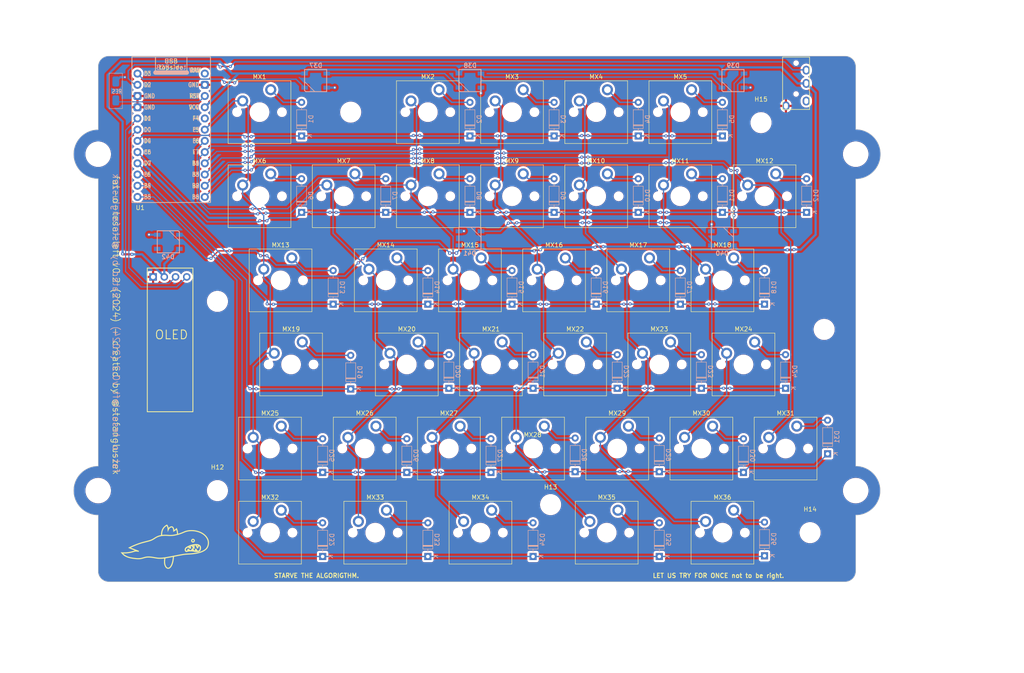
<source format=kicad_pcb>
(kicad_pcb (version 20221018) (generator pcbnew)
  (title_block (title "Fat-o-tesa - Left") (rev "0.2") (company "Fastotesa.se"))
  (layers (0 "F.Cu" power) (31 "B.Cu" signal) (34 "B.Paste" user) (35 "F.Paste" user) (36 "B.SilkS" user "B.Silkscreen") (37 "F.SilkS" user "F.Silkscreen") (38 "B.Mask" user) (39 "F.Mask" user) (44 "Edge.Cuts" user))
  (net 0 "")
  (net 1 "row0")
  (net 2 "Net-(D1-A)")
  (net 3 "Net-(D2-A)")
  (net 4 "Net-(D3-A)")
  (net 5 "Net-(D4-A)")
  (net 6 "Net-(D5-A)")
  (net 7 "row1")
  (net 8 "Net-(D6-A)")
  (net 9 "Net-(D7-A)")
  (net 10 "Net-(D8-A)")
  (net 11 "Net-(D9-A)")
  (net 12 "Net-(D10-A)")
  (net 13 "Net-(D11-A)")
  (net 14 "Net-(D12-A)")
  (net 15 "row2")
  (net 16 "Net-(D13-A)")
  (net 17 "Net-(D14-A)")
  (net 18 "Net-(D15-A)")
  (net 19 "Net-(D16-A)")
  (net 20 "Net-(D17-A)")
  (net 21 "Net-(D18-A)")
  (net 22 "row3")
  (net 23 "Net-(D19-A)")
  (net 24 "Net-(D20-A)")
  (net 25 "Net-(D21-A)")
  (net 26 "Net-(D22-A)")
  (net 27 "Net-(D23-A)")
  (net 28 "Net-(D24-A)")
  (net 29 "row4")
  (net 30 "Net-(D25-A)")
  (net 31 "Net-(D26-A)")
  (net 32 "Net-(D27-A)")
  (net 33 "Net-(D28-A)")
  (net 34 "Net-(D29-A)")
  (net 35 "Net-(D30-A)")
  (net 36 "Net-(D31-A)")
  (net 37 "row5")
  (net 38 "Net-(D32-A)")
  (net 39 "Net-(D33-A)")
  (net 40 "Net-(D34-A)")
  (net 41 "Net-(D35-A)")
  (net 42 "Net-(D36-A)")
  (net 43 "Net-(D37-DOUT)")
  (net 44 "GND")
  (net 45 "LED")
  (net 46 "VCC")
  (net 47 "Net-(D38-DOUT)")
  (net 48 "Net-(D39-DOUT)")
  (net 49 "Net-(D40-DOUT)")
  (net 50 "Net-(D41-DOUT)")
  (net 52 "SCL")
  (net 53 "SDA")
  (net 54 "col0")
  (net 55 "col2")
  (net 56 "col3")
  (net 57 "col4")
  (net 58 "col5")
  (net 59 "col1")
  (net 60 "col6")
  (net 63 "/RST")
  (net 64 "/TRRS-data")
  (footprint "ScottoKeebs_MX:MX_PCB_1.00u" (layer "F.Cu") (at 107.1489 61.9092)
    (fp_text reference "MX7")
    (fp_text value "MX_SW_HS")
  )
  (footprint "ScottoKeebs_MX:MX_PCB_1.00u" (layer "F.Cu") (at 111.9105 119.055)
    (fp_text reference "MX26")
    (fp_text value "MX_SW_HS")
  )
  (footprint "ScottoKeebs_MX:MX_PCB_1.00u" (layer "F.Cu") (at 164.2947 42.8598)
    (fp_text reference "MX4")
    (fp_text value "MX_SW_HS")
  )
  (footprint "ScottoKeebs_MX:MX_PCB_1.00u" (layer "F.Cu") (at 116.6727 80.9574)
    (fp_text reference "MX14")
    (fp_text value "MX_SW_HS")
  )
  (footprint "ScottoKeebs_MX:MX_PCB_1.00u" (layer "F.Cu") (at 88.0995 42.8598)
    (fp_text reference "MX1")
    (fp_text value "MX_SW_HS")
  )
  (footprint "ScottoKeebs_MX:MX_PCB_1.00u" (layer "F.Cu") (at 207.1545 119.055)
    (fp_text reference "MX31")
    (fp_text value "MX_SW_HS")
  )
  (footprint "ScottoKeebs_MX:MX_PCB_1.25u" (layer "F.Cu") (at 90.4806 138.1038)
    (fp_text reference "MX32")
    (fp_text value "MX_SW_HS")
  )
  (footprint "ScottoKeebs_MX:MX_PCB_1.00u" (layer "F.Cu") (at 192.8679 80.9574)
    (fp_text reference "MX18")
    (fp_text value "MX_SW_HS")
  )
  (footprint "ScottoKeebs_MX:MX_PCB_1.00u" (layer "F.Cu") (at 145.2459 42.8598)
    (fp_text reference "MX3")
    (fp_text value "MX_SW_HS")
  )
  (footprint "ScottoKeebs_MX:MX_PCB_1.00u" (layer "F.Cu") (at 202.3923 61.9086)
    (fp_text reference "MX12")
    (fp_text value "MX_SW_HS")
  )
  (footprint "MountingHole:MountingHole_5.3mm_M5" (layer "F.Cu") (at 51.5905 128.5794)
    (fp_text reference "H8" hide)
    (fp_text value "MountingHole")
  )
  (footprint "MountingHole:MountingHole_4.3mm_M4" (layer "F.Cu") (at 78.5763 128.5794)
    (fp_text reference "H12")
    (fp_text value "MountingHole")
  )
  (footprint "ScottoKeebs_MX:MX_PCB_1.00u" (layer "F.Cu") (at 178.5813 100.0062)
    (fp_text reference "MX23")
    (fp_text value "MX_SW_HS")
  )
  (footprint "ScottoKeebs_MX:MX_PCB_1.00u" (layer "F.Cu") (at 150.0081 119.055)
    (fp_text reference "MX28")
    (fp_text value "MX_SW_HS")
  )
  (footprint "ScottoKeebs_MX:MX_PCB_1.00u" (layer "F.Cu") (at 183.3435 42.8598)
    (fp_text reference "MX5")
    (fp_text value "MX_SW_HS")
  )
  (footprint "ScottoKeebs_MX:MX_PCB_1.25u" (layer "F.Cu") (at 90.4806 119.055)
    (fp_text reference "MX25")
    (fp_text value "MX_SW_HS")
  )
  (footprint "ScottoKeebs_MX:MX_PCB_1.00u" (layer "F.Cu") (at 130.9593 119.055)
    (fp_text reference "MX27")
    (fp_text value "MX_SW_HS")
  )
  (footprint "ScottoKeebs_MX:MX_PCB_1.00u" (layer "F.Cu") (at 173.8191 80.9574)
    (fp_text reference "MX17")
    (fp_text value "MX_SW_HS")
  )
  (footprint "MountingHole:MountingHole_4.3mm_M4" (layer "F.Cu") (at 212.7116 138.1038)
    (fp_text reference "H14")
    (fp_text value "MountingHole")
  )
  (footprint "ScottoKeebs_MX:MX_PCB_1.00u" (layer "F.Cu") (at 169.0569 119.055)
    (fp_text reference "MX29")
    (fp_text value "MX_SW_HS")
  )
  (footprint "MountingHole:MountingHole_4.3mm_M4" (layer "F.Cu") (at 78.5763 85.7196)
    (fp_text reference "H1" hide)
    (fp_text value "MountingHole")
  )
  (footprint "ScottoKeebs_MX:MX_PCB_1.75u" (layer "F.Cu") (at 166.6758 138.1038)
    (fp_text reference "MX35")
    (fp_text value "MX_SW_HS")
  )
  (footprint "ScottoKeebs_MX:MX_PCB_1.00u" (layer "F.Cu") (at 126.1971 61.9086)
    (fp_text reference "MX8")
    (fp_text value "MX_SW_HS")
  )
  (footprint "ScottoKeebs_MX:MX_PCB_1.50u" (layer "F.Cu") (at 92.8617 80.9574)
    (fp_text reference "MX13")
    (fp_text value "MX_SW_HS")
  )
  (footprint "ScottoKeebs_MX:MX_PCB_1.00u" (layer "F.Cu") (at 159.5325 100.0062)
    (fp_text reference "MX22")
    (fp_text value "MX_SW_HS")
  )
  (footprint "MountingHole:MountingHole_4.3mm_M4" (layer "F.Cu") (at 153.9778 131.7542)
    (fp_text reference "H13")
    (fp_text value "MountingHole")
  )
  (footprint "marbastlib-xp-promicroish:ProMicro_Reversible_Single" (layer "F.Cu") (at 68.0971 48.0991)
    (fp_text reference "U1")
    (fp_text value "ProMicro")
  )
  (footprint "ScottoKeebs_MX:MX_PCB_1.00u" (layer "F.Cu") (at 164.2947 61.9086)
    (fp_text reference "MX10")
    (fp_text value "MX_SW_HS")
  )
  (footprint "ScottoKeebs_MX:MX_PCB_1.00u" (layer "F.Cu") (at 135.7215 80.9574)
    (fp_text reference "MX15")
    (fp_text value "MX_SW_HS")
  )
  (footprint "ScottoKeebs_MX:MX_PCB_1.00u" (layer "F.Cu") (at 154.7703 80.9574)
    (fp_text reference "MX16")
    (fp_text value "MX_SW_HS")
  )
  (footprint "ScottoKeebs_Components:OLED_128x32" (layer "F.Cu") (at 73.8123 78.5757 -90)
    (fp_text reference "J1" hide)
    (fp_text value "OLED_128x32")
  )
  (footprint "MountingHole:MountingHole_4.3mm_M4" (layer "F.Cu") (at 108.7369 42.8598)
    (fp_text reference "H11" hide)
    (fp_text value "MountingHole")
  )
  (footprint "ScottoKeebs_MX:MX_PCB_1.00u" (layer "F.Cu") (at 188.1057 119.055)
    (fp_text reference "MX30")
    (fp_text value "MX_SW_HS")
  )
  (footprint "ScottoKeebs_Components:TRRS_PJ-320A" (layer "F.Cu") (at 209.5368 30.148)
    (fp_text reference "U2")
    (fp_text value "TRRS")
  )
  (footprint "ScottoKeebs_MX:MX_PCB_1.00u" (layer "F.Cu") (at 88.1001 61.9092)
    (fp_text reference "MX6")
    (fp_text value "MX_SW_HS")
  )
  (footprint "ScottoKeebs_MX:MX_PCB_1.25u" (layer "F.Cu") (at 138.1026 138.1038)
    (fp_text reference "MX34")
    (fp_text value "MX_SW_HS")
  )
  (footprint "ScottoKeebs_MX:MX_PCB_1.00u" (layer "F.Cu") (at 192.8679 138.1038)
    (fp_text reference "MX36")
    (fp_text value "MX_SW_HS")
  )
  (footprint "MountingHole:MountingHole_5.3mm_M5" (layer "F.Cu") (at 223.0297 52.3842)
    (fp_text reference "H9" hide)
    (fp_text value "MountingHole")
  )
  (footprint "MountingHole:MountingHole_4.3mm_M4" (layer "F.Cu") (at 201.5998 45.2409)
    (fp_text reference "H15")
    (fp_text value "MountingHole")
  )
  (footprint "ScottoKeebs_MX:MX_PCB_1.75u" (layer "F.Cu") (at 95.2428 100.0062)
    (fp_text reference "MX19")
    (fp_text value "MX_SW_HS")
  )
  (footprint "ScottoKeebs_MX:MX_PCB_1.00u" (layer "F.Cu") (at 183.3435 61.9086)
    (fp_text reference "MX11")
    (fp_text value "MX_SW_HS")
  )
  (footprint "ScottoKeebs_MX:MX_PCB_1.25u" (layer "F.Cu") (at 114.2916 138.1038)
    (fp_text reference "MX33")
    (fp_text value "MX_SW_HS")
  )
  (footprint "LOGO" (layer "F.Cu") (at 66.6708 141.2786)
    (fp_text reference "G***" hide)
    (fp_text value "LOGO" hide)
  )
  (footprint "MountingHole:MountingHole_5.3mm_M5" (layer "F.Cu") (at 223.0297 128.5794)
    (fp_text reference "H10" hide)
    (fp_text value "MountingHole")
  )
  (footprint "ScottoKeebs_MX:MX_PCB_1.00u" (layer "F.Cu") (at 145.2459 61.9086)
    (fp_text reference "MX9")
    (fp_text value "MX_SW_HS")
  )
  (footprint "ScottoKeebs_MX:MX_PCB_1.00u" (layer "F.Cu") (at 126.1971 42.8598)
    (fp_text reference "MX2")
    (fp_text value "MX_SW_HS")
  )
  (footprint "ScottoKeebs_MX:MX_PCB_1.00u" (layer "F.Cu") (at 121.4349 100.0062)
    (fp_text reference "MX20")
    (fp_text value "MX_SW_HS")
  )
  (footprint "MountingHole:MountingHole_4.3mm_M4" (layer "F.Cu") (at 215.8864 92.0692)
    (fp_text reference "H6" hide)
    (fp_text value "MountingHole")
  )
  (footprint "MountingHole:MountingHole_5.3mm_M5" (layer "F.Cu") (at 51.5905 52.3842)
    (fp_text reference "H7" hide)
    (fp_text value "MountingHole")
  )
  (footprint "ScottoKeebs_MX:MX_PCB_1.00u" (layer "F.Cu") (at 197.6301 100.0062)
    (fp_text reference "MX24")
    (fp_text value "MX_SW_HS")
  )
  (footprint "ScottoKeebs_MX:MX_PCB_1.00u" (layer "F.Cu") (at 140.4837 100.0062)
    (fp_text reference "MX21")
    (fp_text value "MX_SW_HS")
  )
  (footprint "Diode_THT:D_DO-35_SOD27_P7.62mm_Horizontal" (layer "B.Cu") (at 154.7697 48.2566 90)
    (fp_text reference "D3")
    (fp_text value "Diode")
  )
  (footprint "Diode_THT:D_DO-35_SOD27_P7.62mm_Horizontal" (layer "B.Cu") (at 135.7209 65.5595 90)
    (fp_text reference "D8")
    (fp_text value "Diode")
  )
  (footprint "Diode_THT:D_DO-35_SOD27_P7.62mm_Horizontal" (layer "B.Cu") (at 104.7684 86.3542 90)
    (fp_text reference "D13")
    (fp_text value "Diode")
  )
  (footprint "Keebio-Parts:WS2812B" (layer "B.Cu") (at 67.4645 72.2267)
    (fp_text reference "D42")
    (fp_text value "SK6812MINI" hide)
  )
  (footprint "Diode_THT:D_DO-35_SOD27_P7.62mm_Horizontal" (layer "B.Cu") (at 116.6721 65.5595 90)
    (fp_text reference "D7")
    (fp_text value "Diode")
  )
  (footprint "Diode_THT:D_DO-35_SOD27_P7.62mm_Horizontal" (layer "B.Cu") (at 178.5825 143.5012 90)
    (fp_text reference "D35")
    (fp_text value "Diode")
  )
  (footprint "Diode_THT:D_DO-35_SOD27_P7.62mm_Horizontal" (layer "B.Cu") (at 97.6233 48.2566 90)
    (fp_text reference "D1")
    (fp_text value "Diode")
  )
  (footprint "Diode_THT:D_DO-35_SOD27_P7.62mm_Horizontal" (layer "B.Cu") (at 150.0093 143.5012 90)
    (fp_text reference "D34")
    (fp_text value "Diode")
  )
  (footprint "Diode_THT:D_DO-35_SOD27_P7.62mm_Horizontal" (layer "B.Cu") (at 102.3873 124.4524 90)
    (fp_text reference "D25")
    (fp_text value "Diode")
  )
  (footprint "Diode_THT:D_DO-35_SOD27_P7.62mm_Horizontal" (layer "B.Cu") (at 183.3429 86.3542 90)
    (fp_text reference "D17")
    (fp_text value "Diode")
  )
  (footprint "Keebio-Parts:WS2812B" (layer "B.Cu") (at 195.2484 35.7159 180)
    (fp_text reference "D39")
    (fp_text value "SK6812MINI" hide)
  )
  (footprint "Diode_THT:D_DO-35_SOD27_P7.62mm_Horizontal" (layer "B.Cu") (at 126.1983 143.5012 90)
    (fp_text reference "D33")
    (fp_text value "Diode")
  )
  (footprint "Diode_THT:D_DO-35_SOD27_P7.62mm_Horizontal" (layer "B.Cu") (at 188.1051 105.403 90)
    (fp_text reference "D23")
    (fp_text value "Diode")
  )
  (footprint "Diode_THT:D_DO-35_SOD27_P7.62mm_Horizontal" (layer "B.Cu") (at 140.4849 124.4524 90)
    (fp_text reference "D27")
    (fp_text value "Diode")
  )
  (footprint "Keebio-Parts:WS2812B" (layer "B.Cu") (at 135.7209 71.4324)
    (fp_text reference "D41")
    (fp_text value "SK6812MINI" hide)
  )
  (footprint "Diode_THT:D_DO-35_SOD27_P7.62mm_Horizontal" (layer "B.Cu") (at 135.7209 48.2566 90)
    (fp_text reference "D2")
    (fp_text value "Diode")
  )
  (footprint "Diode_THT:D_DO-35_SOD27_P7.62mm_Horizontal" (layer "B.Cu") (at 150.0075 105.403 90)
    (fp_text reference "D21")
    (fp_text value "Diode")
  )
  (footprint "Diode_THT:D_DO-35_SOD27_P7.62mm_Horizontal" (layer "B.Cu") (at 207.1539 105.403 90)
    (fp_text reference "D24")
    (fp_text value "Diode")
  )
  (footprint "Diode_THT:D_DO-35_SOD27_P7.62mm_Horizontal" (layer "B.Cu") (at 211.9161 65.5595 90)
    (fp_text reference "D12")
    (fp_text value "Diode")
  )
  (footprint "Diode_THT:D_DO-35_SOD27_P7.62mm_Horizontal" (layer "B.Cu") (at 202.3917 86.3542 90)
    (fp_text reference "D18")
    (fp_text value "Diode")
  )
  (footprint "Diode_THT:D_DO-35_SOD27_P7.62mm_Horizontal" (layer "B.Cu") (at 126.1965 86.3542 90)
    (fp_text reference "D14")
    (fp_text value "Diode")
  )
  (footprint "Diode_THT:D_DO-35_SOD27_P7.62mm_Horizontal" (layer "B.Cu") (at 145.2453 86.3542 90)
    (fp_text reference "D15")
    (fp_text value "Diode")
  )
  (footprint "Diode_THT:D_DO-35_SOD27_P7.62mm_Horizontal" (layer "B.Cu") (at 154.7697 65.5595 90)
    (fp_text reference "D9")
    (fp_text value "Diode")
  )
  (footprint "Diode_THT:D_DO-35_SOD27_P7.62mm_Horizontal" (layer "B.Cu") (at 178.5825 124.2939 90)
    (fp_text reference "D29")
    (fp_text value "Diode")
  )
  (footprint "kbd:ResetSMD_SG" (layer "B.Cu") (at 55.57 38.053 90)
    (fp_text reference "SW2" hide)
    (fp_text value "RESET")
  )
  (footprint "Diode_THT:D_DO-35_SOD27_P7.62mm_Horizontal" (layer "B.Cu") (at 173.8185 65.5595 90)
    (fp_text reference "D10")
    (fp_text value "Diode")
  )
  (footprint "Keebio-Parts:WS2812B" (layer "B.Cu") (at 192.8673 71.4324)
    (fp_text reference "D40")
    (fp_text value "SK6812MINI" hide)
  )
  (footprint "Diode_THT:D_DO-35_SOD27_P7.62mm_Horizontal" (layer "B.Cu") (at 108.7369 105.5615 90)
    (fp_text reference "D19")
    (fp_text value "Diode")
  )
  (footprint "Diode_THT:D_DO-35_SOD27_P7.62mm_Horizontal" (layer "B.Cu") (at 169.0563 105.403 90)
    (fp_text reference "D22")
    (fp_text value "Diode")
  )
  (footprint "Diode_THT:D_DO-35_SOD27_P7.62mm_Horizontal" (layer "B.Cu") (at 164.2941 86.3542 90)
    (fp_text reference "D16")
    (fp_text value "Diode")
  )
  (footprint "Diode_THT:D_DO-35_SOD27_P7.62mm_Horizontal" (layer "B.Cu") (at 159.5337 124.2939 90)
    (fp_text reference "D28")
    (fp_text value "Diode")
  )
  (footprint "Diode_THT:D_DO-35_SOD27_P7.62mm_Horizontal" (layer "B.Cu") (at 216.67 120.25 90)
    (fp_text reference "D31")
    (fp_text value "Diode")
  )
  (footprint "Diode_THT:D_DO-35_SOD27_P7.62mm_Horizontal" (layer "B.Cu") (at 197.6313 124.4524 90)
    (fp_text reference "D30")
    (fp_text value "Diode")
  )
  (footprint "Diode_THT:D_DO-35_SOD27_P7.62mm_Horizontal" (layer "B.Cu") (at 192.8673 65.5595 90)
    (fp_text reference "D11")
    (fp_text value "Diode")
  )
  (footprint "Diode_THT:D_DO-35_SOD27_P7.62mm_Horizontal" (layer "B.Cu") (at 202.3935 143.3427 90)
    (fp_text reference "D36")
    (fp_text value "Diode")
  )
  (footprint "Keebio-Parts:WS2812B" (layer "B.Cu") (at 135.7209 35.7159 180)
    (fp_text reference "D38")
    (fp_text value "SK6812MINI" hide)
  )
  (footprint "Diode_THT:D_DO-35_SOD27_P7.62mm_Horizontal" (layer "B.Cu") (at 102.3873 143.5012 90)
    (fp_text reference "D32")
    (fp_text value "Diode")
  )
  (footprint "Diode_THT:D_DO-35_SOD27_P7.62mm_Horizontal" (layer "B.Cu") (at 130.9587 105.403 90)
    (fp_text reference "D20")
    (fp_text value "Diode")
  )
  (footprint "Diode_THT:D_DO-35_SOD27_P7.62mm_Horizontal" (layer "B.Cu") (at 97.6233 65.5595 90)
    (fp_text reference "D6")
    (fp_text value "Diode")
  )
  (footprint "Diode_THT:D_DO-35_SOD27_P7.62mm_Horizontal" (layer "B.Cu") (at 173.8185 48.2566 90)
    (fp_text reference "D4")
    (fp_text value "Diode")
  )
  (footprint "Keebio-Parts:WS2812B" (layer "B.Cu") (at 100.7981 35.7159 180)
    (fp_text reference "D37")
    (fp_text value "SK6812MINI" hide)
  )
  (footprint "Diode_THT:D_DO-35_SOD27_P7.62mm_Horizontal" (layer "B.Cu") (at 192.8673 48.2566 90)
    (fp_text reference "D5")
    (fp_text value "Diode")
  )
  (footprint "Diode_THT:D_DO-35_SOD27_P7.62mm_Horizontal" (layer "B.Cu") (at 121.4361 124.4524 90)
    (fp_text reference "D26")
    (fp_text value "Diode")
  )
  (gr_rect (start 62.7023 78.17945) (end 73.0204 110.72115) (stroke (width 0.2)) (fill none) (layer "F.SilkS"))
  (gr_arc (start 220.6486 30.1606) (mid 222.332292 30.858008) (end 223.0297 32.5417) (stroke (width 0.1)) (layer "Edge.Cuts"))
  (gr_line (start 223.0297 57.996506) (end 223.0297 123.0235) (stroke (width 0.1)) (layer "Edge.Cuts"))
  (gr_line (start 53.9716 149.2156) (end 220.6486 149.2156) (stroke (width 0.1)) (layer "Edge.Cuts"))
  (gr_arc (start 223.0297 46.771894) (mid 228.642006 52.3842) (end 223.0297 57.996506) (stroke (width 0.1)) (layer "Edge.Cuts"))
  (gr_arc (start 53.9716 149.2156) (mid 52.287908 148.518192) (end 51.5905 146.8345) (stroke (width 0.1)) (layer "Edge.Cuts"))
  (gr_line (start 53.9716 30.1606) (end 220.6486 30.1606) (stroke (width 0.1)) (layer "Edge.Cuts"))
  (gr_arc (start 51.5905 134.1353) (mid 46.0346 128.5794) (end 51.5905 123.0235) (stroke (width 0.1)) (layer "Edge.Cuts"))
  (gr_arc (start 51.5905 57.9401) (mid 46.0346 52.3842) (end 51.5905 46.8283) (stroke (width 0.1)) (layer "Edge.Cuts"))
  (gr_line (start 51.5905 134.1353) (end 51.5905 146.8345) (stroke (width 0.1)) (layer "Edge.Cuts"))
  (gr_arc (start 223.0297 123.0235) (mid 228.5856 128.5794) (end 223.0297 134.1353) (stroke (width 0.1)) (layer "Edge.Cuts"))
  (gr_line (start 51.5905 46.8283) (end 51.5905 32.5417) (stroke (width 0.1)) (layer "Edge.Cuts"))
  (gr_line (start 223.0297 46.771894) (end 223.0297 32.5417) (stroke (width 0.1)) (layer "Edge.Cuts"))
  (gr_line (start 223.0297 134.1353) (end 223.0297 146.8345) (stroke (width 0.1)) (layer "Edge.Cuts"))
  (gr_arc (start 223.0297 146.8345) (mid 222.332292 148.518192) (end 220.6486 149.2156) (stroke (width 0.1)) (layer "Edge.Cuts"))
  (gr_line (start 51.5905 57.9401) (end 51.5905 123.0235) (stroke (width 0.1)) (layer "Edge.Cuts"))
  (gr_arc (start 51.5905 32.5417) (mid 52.287908 30.858008) (end 53.9716 30.1606) (stroke (width 0.1)) (layer "Edge.Cuts"))
  (gr_text "fat-o-tesa-left v0.2 (2024) - created by @stefangluszek" (at 54.7653 124.6109 270) (layer "B.SilkS") (effects (font (size 1.5 1.5)) (justify left bottom mirror)))
  (gr_text "fat-o-tesa-left v0.2 (2024) - created by @stefangluszek" (at 54.7653 57.1464 270) (layer "F.SilkS") (effects (font (size 1.5 1.5)) (justify left bottom)))
  (gr_text "OLED" (at 64.2897 94.4503) (layer "F.SilkS") (effects (font (size 2 2) (thickness 0.2) bold) (justify left bottom)))
  (gr_text "LET US TRY FOR ONCE not to be right." (at 176.9951 148.4219) (layer "F.SilkS") (effects (font (size 1 1) (thickness 0.2) bold) (justify left bottom)))
  (gr_text "STARVE THE ALGORIGTHM." (at 91.2755 148.4219) (layer "F.SilkS") (effects (font (size 1 1) (thickness 0.2) bold) (justify left bottom)))
  (segment (start 180.083499 48.25) (end 181.463499 48.25) (width 0.3) (layer "F.Cu") (net 1))
  (segment (start 86.239499 48.4) (end 84.909499 48.4) (width 0.3) (layer "F.Cu") (net 1))
  (segment (start 161.034699 48.16) (end 162.434699 48.16) (width 0.3) (layer "F.Cu") (net 1))
  (segment (start 122.937099 48.15) (end 124.297099 48.15) (width 0.3) (layer "F.Cu") (net 1))
  (segment (start 141.985899 48.23) (end 143.385899 48.23) (width 0.3) (layer "F.Cu") (net 1))
  (segment (start 124.297099 48.15) (end 124.337099 48.11) (width 0.3) (layer "F.Cu") (net 1))
  (segment (start 84.909499 48.4) (end 84.839499 48.47) (width 0.3) (layer "F.Cu") (net 1))
  (segment (start 181.463499 48.25) (end 181.483499 48.23) (width 0.3) (layer "F.Cu") (net 1))
  (via (at 141.985899 48.23) (size 0.7) (drill 0.3) (layers "F.Cu" "B.Cu") (net 1))
  (via (at 143.385899 48.23) (size 0.7) (drill 0.3) (layers "F.Cu" "B.Cu") (net 1))
  (via (at 124.337099 48.11) (size 0.7) (drill 0.3) (layers "F.Cu" "B.Cu") (net 1))
  (via (at 84.839499 48.47) (size 0.7) (drill 0.3) (layers "F.Cu" "B.Cu") (net 1))
  (via (at 161.034699 48.16) (size 0.7) (drill 0.3) (layers "F.Cu" "B.Cu") (net 1))
  (via (at 180.083499 48.25) (size 0.7) (drill 0.3) (layers "F.Cu" "B.Cu") (net 1))
  (via (at 162.434699 48.16) (size 0.7) (drill 0.3) (layers "F.Cu" "B.Cu") (net 1))
  (via (at 86.239499 48.4) (size 0.7) (drill 0.3) (layers "F.Cu" "B.Cu") (net 1))
  (via (at 122.937099 48.15) (size 0.7) (drill 0.3) (layers "F.Cu" "B.Cu") (net 1))
  (via (at 181.483499 48.23) (size 0.7) (drill 0.3) (layers "F.Cu" "B.Cu") (net 1))
  (segment (start 86.382899 48.2566) (end 86.239499 48.4) (width 0.3) (layer "B.Cu") (net 1))
  (segment (start 162.531299 48.2566) (end 173.8185 48.2566) (width 0.3) (layer "B.Cu") (net 1))
  (segment (start 180.076899 48.2566) (end 180.083499 48.25) (width 0.3) (layer "B.Cu") (net 1))
  (segment (start 97.6233 48.2566) (end 122.830499 48.2566) (width 0.3) (layer "B.Cu") (net 1))
  (segment (start 173.8185 48.2566) (end 180.076899 48.2566) (width 0.3) (layer "B.Cu") (net 1))
  (segment (start 61.7271 48.1191) (end 60.4771 49.3691) (width 0.3) (layer "B.Cu") (net 1))
  (segment (start 124.337099 48.11) (end 124.483699 48.2566) (width 0.3) (layer "B.Cu") (net 1))
  (segment (start 154.7697 48.2566) (end 160.938099 48.2566) (width 0.3) (layer "B.Cu") (net 1))
  (segment (start 97.6233 48.2566) (end 86.382899 48.2566) (width 0.3) (layer "B.Cu") (net 1))
  (segment (start 143.385899 48.23) (end 143.412499 48.2566) (width 0.3) (layer "B.Cu") (net 1))
  (segment (start 135.7209 48.2566) (end 141.959299 48.2566) (width 0.3) (layer "B.Cu") (net 1))
  (segment (start 141.959299 48.2566) (end 141.985899 48.23) (width 0.3) (layer "B.Cu") (net 1))
  (segment (start 122.830499 48.2566) (end 122.937099 48.15) (width 0.3) (layer "B.Cu") (net 1))
  (segment (start 84.488599 48.1191) (end 61.7271 48.1191) (width 0.3) (layer "B.Cu") (net 1))
  (segment (start 160.938099 48.2566) (end 161.034699 48.16) (width 0.3) (layer "B.Cu") (net 1))
  (segment (start 181.510099 48.2566) (end 192.8673 48.2566) (width 0.3) (layer "B.Cu") (net 1))
  (segment (start 162.434699 48.16) (end 162.531299 48.2566) (width 0.3) (layer "B.Cu") (net 1))
  (segment (start 84.839499 48.47) (end 84.488599 48.1191) (width 0.3) (layer "B.Cu") (net 1))
  (segment (start 143.412499 48.2566) (end 154.7697 48.2566) (width 0.3) (layer "B.Cu") (net 1))
  (segment (start 181.483499 48.23) (end 181.510099 48.2566) (width 0.3) (layer "B.Cu") (net 1))
  (segment (start 124.483699 48.2566) (end 135.7209 48.2566) (width 0.3) (layer "B.Cu") (net 1))
  (segment (start 97.6233 40.6366) (end 93.4963 40.6366) (width 0.3) (layer "B.Cu") (net 2))
  (segment (start 93.4963 40.6366) (end 90.6395 37.7798) (width 0.3) (layer "B.Cu") (net 2))
  (segment (start 135.7209 40.6366) (end 131.5939 40.6366) (width 0.3) (layer "B.Cu") (net 3))
  (segment (start 131.5939 40.6366) (end 128.7371 37.7798) (width 0.3) (layer "B.Cu") (net 3))
  (segment (start 150.6427 40.6366) (end 147.7859 37.7798) (width 0.3) (layer "B.Cu") (net 4))
  (segment (start 154.7697 40.6366) (end 150.6427 40.6366) (width 0.3) (layer "B.Cu") (net 4))
  (segment (start 173.8185 40.6366) (end 169.6915 40.6366) (width 0.3) (layer "B.Cu") (net 5))
  (segment (start 169.6915 40.6366) (end 166.8347 37.7798) (width 0.3) (layer "B.Cu") (net 5))
  (segment (start 188.7403 40.6366) (end 185.8835 37.7798) (width 0.3) (layer "B.Cu") (net 6))
  (segment (start 192.8673 40.6366) (end 188.7403 40.6366) (width 0.3) (layer "B.Cu") (net 6))
  (segment (start 104.0489 65.56) (end 105.4489 65.56) (width 0.3) (layer "F.Cu") (net 7))
  (segment (start 88.22 67.47) (end 88.18 67.43) (width 0.3) (layer "F.Cu") (net 7))
  (segment (start 89.7517 67.47) (end 88.22 67.47) (width 0.3) (layer "F.Cu") (net 7))
  (segment (start 178.8385 65.56) (end 180.2185 65.56) (width 0.3) (layer "F.Cu") (net 7))
  (segment (start 161.1947 65.56) (end 162.5447 65.56) (width 0.3) (layer "F.Cu") (net 7))
  (segment (start 142.020199 65.589804) (end 143.880197 65.589804) (width 0.3) (layer "F.Cu") (net 7))
  (segment (start 205.45 65.59) (end 206.85 65.59) (width 0.3) (layer "F.Cu") (net 7))
  (segment (start 127.262218 65.527782) (end 127.337169 65.452831) (width 0.3) (layer "F.Cu") (net 7))
  (segment (start 125.432218 65.527782) (end 127.262218 65.527782) (width 0.3) (layer "F.Cu") (net 7))
  (segment (start 143.880197 65.589804) (end 143.940148 65.529853) (width 0.3) (layer "F.Cu") (net 7))
  (segment (start 162.5447 65.56) (end 162.5947 65.51) (width 0.3) (layer "F.Cu") (net 7))
  (segment (start 180.2185 65.56) (end 180.2385 65.54) (width 0.3) (layer "F.Cu") (net 7))
  (via (at 205.45 65.59) (size 0.7) (drill 0.3) (layers "F.Cu" "B.Cu") (net 7))
  (via (at 88.18 67.43) (size 0.7) (drill 0.3) (layers "F.Cu" "B.Cu") (net 7))
  (via (at 178.8385 65.56) (size 0.7) (drill 0.3) (layers "F.Cu" "B.Cu") (net 7))
  (via (at 142.020199 65.589804) (size 0.7) (drill 0.3) (layers "F.Cu" "B.Cu") (net 7))
  (via (at 180.2385 65.54) (size 0.7) (drill 0.3) (layers "F.Cu" "B.Cu") (net 7))
  (via (at 89.7517 67.47) (size 0.7) (drill 0.3) (layers "F.Cu" "B.Cu") (net 7))
  (via (at 104.0489 65.56) (size 0.7) (drill 0.3) (layers "F.Cu" "B.Cu") (net 7))
  (via (at 206.85 65.59) (size 0.7) (drill 0.3) (layers "F.Cu" "B.Cu") (net 7))
  (via (at 161.1947 65.56) (size 0.7) (drill 0.3) (layers "F.Cu" "B.Cu") (net 7))
  (via (at 162.5947 65.51) (size 0.7) (drill 0.3) (layers "F.Cu" "B.Cu") (net 7))
  (via (at 143.940148 65.529853) (size 0.7) (drill 0.3) (layers "F.Cu" "B.Cu") (net 7))
  (via (at 127.337169 65.452831) (size 0.7) (drill 0.3) (layers "F.Cu" "B.Cu") (net 7))
  (via (at 105.4489 65.56) (size 0.7) (drill 0.3) (layers "F.Cu" "B.Cu") (net 7))
  (via (at 125.432218 65.527782) (size 0.7) (drill 0.3) (layers "F.Cu" "B.Cu") (net 7))
  (segment (start 90.3917 66.83) (end 96.3528 66.83) (width 0.3) (layer "B.Cu") (net 7))
  (segment (start 125.4005 65.5595) (end 125.432218 65.527782) (width 0.3) (layer "B.Cu") (net 7))
  (segment (start 127.337169 65.452831) (end 127.443838 65.5595) (width 0.3) (layer "B.Cu") (net 7))
  (segment (start 96.3528 66.83) (end 97.6233 65.5595) (width 0.3) (layer "B.Cu") (net 7))
  (segment (start 105.4494 65.5595) (end 116.6721 65.5595) (width 0.3) (layer "B.Cu") (net 7))
  (segment (start 89.7517 67.47) (end 90.3917 66.83) (width 0.3) (layer "B.Cu") (net 7))
  (segment (start 135.7209 65.5595) (end 141.989895 65.5595) (width 0.3) (layer "B.Cu") (net 7))
  (segment (start 178.838 65.5595) (end 178.8385 65.56) (width 0.3) (layer "B.Cu") (net 7))
  (segment (start 141.989895 65.5595) (end 142.020199 65.589804) (width 0.3) (layer "B.Cu") (net 7))
  (segment (start 154.7697 65.5595) (end 161.1942 65.5595) (width 0.3) (layer "B.Cu") (net 7))
  (segment (start 162.5947 65.51) (end 162.6442 65.5595) (width 0.3) (layer "B.Cu") (net 7))
  (segment (start 105.4489 65.56) (end 105.4494 65.5595) (width 0.3) (layer "B.Cu") (net 7))
  (segment (start 206.85 65.59) (end 206.8805 65.5595) (width 0.3) (layer "B.Cu") (net 7))
  (segment (start 180.258 65.5595) (end 192.8673 65.5595) (width 0.3) (layer "B.Cu") (net 7))
  (segment (start 116.6721 65.5595) (end 125.4005 65.5595) (width 0.3) (layer "B.Cu") (net 7))
  (segment (start 161.1942 65.5595) (end 161.1947 65.56) (width 0.3) (layer "B.Cu") (net 7))
  (segment (start 127.443838 65.5595) (end 135.7209 65.5595) (width 0.3) (layer "B.Cu") (net 7))
  (segment (start 192.8673 65.5595) (end 205.4195 65.5595) (width 0.3) (layer "B.Cu") (net 7))
  (segment (start 206.8805 65.5595) (end 211.9161 65.5595) (width 0.3) (layer "B.Cu") (net 7))
  (segment (start 76.278 67.71) (end 60.4771 51.9091) (width 0.3) (layer "B.Cu") (net 7))
  (segment (start 87.9 67.71) (end 76.278 67.71) (width 0.3) (layer "B.Cu") (net 7))
  (segment (start 162.6442 65.5595) (end 173.8185 65.5595) (width 0.3) (layer "B.Cu") (net 7))
  (segment (start 97.6233 65.5595) (end 104.0484 65.5595) (width 0.3) (layer "B.Cu") (net 7))
  (segment (start 205.4195 65.5595) (end 205.45 65.59) (width 0.3) (layer "B.Cu") (net 7))
  (segment (start 143.969795 65.5595) (end 154.7697 65.5595) (width 0.3) (layer "B.Cu") (net 7))
  (segment (start 180.2385 65.54) (end 180.258 65.5595) (width 0.3) (layer "B.Cu") (net 7))
  (segment (start 88.18 67.43) (end 87.9 67.71) (width 0.3) (layer "B.Cu") (net 7))
  (segment (start 104.0484 65.5595) (end 104.0489 65.56) (width 0.3) (layer "B.Cu") (net 7))
  (segment (start 173.8185 65.5595) (end 178.838 65.5595) (width 0.3) (layer "B.Cu") (net 7))
  (segment (start 143.940148 65.529853) (end 143.969795 65.5595) (width 0.3) (layer "B.Cu") (net 7))
  (segment (start 97.6233 57.9395) (end 91.7504 57.9395) (width 0.3) (layer "B.Cu") (net 8))
  (segment (start 91.7504 57.9395) (end 90.6401 56.8292) (width 0.3) (layer "B.Cu") (net 8))
  (segment (start 116.6721 57.9395) (end 110.7992 57.9395) (width 0.3) (layer "B.Cu") (net 9))
  (segment (start 110.7992 57.9395) (end 109.6889 56.8292) (width 0.3) (layer "B.Cu") (net 9))
  (segment (start 129.848 57.9395) (end 128.7371 56.8286) (width 0.3) (layer "B.Cu") (net 10))
  (segment (start 135.7209 57.9395) (end 129.848 57.9395) (width 0.3) (layer "B.Cu") (net 10))
  (segment (start 148.8968 57.9395) (end 147.7859 56.8286) (width 0.3) (layer "B.Cu") (net 11))
  (segment (start 154.7697 57.9395) (end 148.8968 57.9395) (width 0.3) (layer "B.Cu") (net 11))
  (segment (start 167.9456 57.9395) (end 166.8347 56.8286) (width 0.3) (layer "B.Cu") (net 12))
  (segment (start 173.8185 57.9395) (end 167.9456 57.9395) (width 0.3) (layer "B.Cu") (net 12))
  (segment (start 192.8673 57.9395) (end 186.9944 57.9395) (width 0.3) (layer "B.Cu") (net 13))
  (segment (start 186.9944 57.9395) (end 185.8835 56.8286) (width 0.3) (layer "B.Cu") (net 13))
  (segment (start 206.0432 57.9395) (end 204.9323 56.8286) (width 0.3) (layer "B.Cu") (net 14))
  (segment (start 211.9161 57.9395) (end 206.0432 57.9395) (width 0.3) (layer "B.Cu") (net 14))
  (segment (start 151.6703 86.35) (end 153.0403 86.35) (width 0.3) (layer "F.Cu") (net 15))
  (segment (start 171.899099 86.35) (end 171.959099 86.29) (width 0.3) (layer "F.Cu") (net 15))
  (segment (start 132.461499 86.29) (end 133.841499 86.29) (width 0.3) (layer "F.Cu") (net 15))
  (segment (start 170.559099 86.35) (end 171.899099 86.35) (width 0.3) (layer "F.Cu") (net 15))
  (segment (start 89.93 86.37) (end 89.84 86.28) (width 0.3) (layer "F.Cu") (net 15))
  (segment (start 189.7679 86.32) (end 191.15 86.32) (width 0.3) (layer "F.Cu") (net 15))
  (segment (start 133.841499 86.29) (end 133.861499 86.27) (width 0.3) (layer "F.Cu") (net 15))
  (segment (start 153.0403 86.35) (end 153.0703 86.38) (width 0.3) (layer "F.Cu") (net 15))
  (segment (start 114.9427 86.35) (end 114.9727 86.32) (width 0.3) (layer "F.Cu") (net 15))
  (segment (start 113.5727 86.35) (end 114.9427 86.35) (width 0.3) (layer "F.Cu") (net 15))
  (segment (start 91.24 86.37) (end 89.93 86.37) (width 0.3) (layer "F.Cu") (net 15))
  (segment (start 191.15 86.32) (end 191.18 86.29) (width 0.3) (layer "F.Cu") (net 15))
  (via (at 189.7679 86.32) (size 0.7) (drill 0.3) (layers "F.Cu" "B.Cu") (net 15))
  (via (at 171.959099 86.29) (size 0.7) (drill 0.3) (layers "F.Cu" "B.Cu") (net 15))
  (via (at 114.9727 86.32) (size 0.7) (drill 0.3) (layers "F.Cu" "B.Cu") (net 15))
  (via (at 153.0703 86.38) (size 0.7) (drill 0.3) (layers "F.Cu" "B.Cu") (net 15))
  (via (at 113.5727 86.35) (size 0.7) (drill 0.3) (layers "F.Cu" "B.Cu") (net 15))
  (via (at 191.18 86.29) (size 0.7) (drill 0.3) (layers "F.Cu" "B.Cu") (net 15))
  (via (at 132.461499 86.29) (size 0.7) (drill 0.3) (layers "F.Cu" "B.Cu") (net 15))
  (via (at 89.84 86.28) (size 0.7) (drill 0.3) (layers "F.Cu" "B.Cu") (net 15))
  (via (at 133.861499 86.27) (size 0.7) (drill 0.3) (layers "F.Cu" "B.Cu") (net 15))
  (via (at 151.6703 86.35) (size 0.7) (drill 0.3) (layers "F.Cu" "B.Cu") (net 15))
  (via (at 91.24 86.37) (size 0.7) (drill 0.3) (layers "F.Cu" "B.Cu") (net 15))
  (via (at 170.559099 86.35) (size 0.7) (drill 0.3) (layers "F.Cu" "B.Cu") (net 15))
  (segment (start 132.397299 86.3542) (end 132.461499 86.29) (width 0.3) (layer "B.Cu") (net 15))
  (segment (start 151.6661 86.3542) (end 151.6703 86.35) (width 0.3) (layer "B.Cu") (net 15))
  (segment (start 153.0961 86.3542) (end 164.2941 86.3542) (width 0.3) (layer "B.Cu") (net 15))
  (segment (start 133.861499 86.27) (end 133.945699 86.3542) (width 0.3) (layer "B.Cu") (net 15))
  (segment (start 171.959099 86.29) (end 172.023299 86.3542) (width 0.3) (layer "B.Cu") (net 15))
  (segment (start 191.18 86.29) (end 191.2442 86.3542) (width 0.3) (layer "B.Cu") (net 15))
  (segment (start 170.554899 86.3542) (end 170.559099 86.35) (width 0.3) (layer "B.Cu") (net 15))
  (segment (start 191.2442 86.3542) (end 202.3917 86.3542) (width 0.3) (layer "B.Cu") (net 15))
  (segment (start 126.1965 86.3542) (end 132.397299 86.3542) (width 0.3) (layer "B.Cu") (net 15))
  (segment (start 113.5685 86.3542) (end 113.5727 86.35) (width 0.3) (layer "B.Cu") (net 15))
  (segment (start 85.97 81.55) (end 89.84 85.42) (width 0.3) (layer "B.Cu") (net 15))
  (segment (start 85.97 79.942) (end 85.97 81.55) (width 0.3) (layer "B.Cu") (net 15))
  (segment (start 164.2941 86.3542) (end 170.554899 86.3542) (width 0.3) (layer "B.Cu") (net 15))
  (segment (start 91.2558 86.3542) (end 91.24 86.37) (width 0.3) (layer "B.Cu") (net 15))
  (segment (start 189.7337 86.3542) (end 189.7679 86.32) (width 0.3) (layer "B.Cu") (net 15))
  (segment (start 145.2453 86.3542) (end 151.6661 86.3542) (width 0.3) (layer "B.Cu") (net 15))
  (segment (start 153.0703 86.38) (end 153.0961 86.3542) (width 0.3) (layer "B.Cu") (net 15))
  (segment (start 172.023299 86.3542) (end 183.3429 86.3542) (width 0.3) (layer "B.Cu") (net 15))
  (segment (start 104.7684 86.3542) (end 113.5685 86.3542) (width 0.3) (layer "B.Cu") (net 15))
  (segment (start 114.9727 86.32) (end 115.0069 86.3542) (width 0.3) (layer "B.Cu") (net 15))
  (segment (start 104.7684 86.3542) (end 91.2558 86.3542) (width 0.3) (layer "B.Cu") (net 15))
  (segment (start 60.4771 54.4491) (end 85.97 79.942) (width 0.3) (layer "B.Cu") (net 15))
  (segment (start 183.3429 86.3542) (end 189.7337 86.3542) (width 0.3) (layer "B.Cu") (net 15))
  (segment (start 115.0069 86.3542) (end 126.1965 86.3542) (width 0.3) (layer "B.Cu") (net 15))
  (segment (start 133.945699 86.3542) (end 145.2453 86.3542) (width 0.3) (layer "B.Cu") (net 15))
  (segment (start 89.84 85.42) (end 89.84 86.28) (width 0.3) (layer "B.Cu") (net 15))
  (segment (start 104.7684 78.7342) (end 98.2585 78.7342) (width 0.3) (layer "B.Cu") (net 16))
  (segment (start 98.2585 78.7342) (end 95.4017 75.8774) (width 0.3) (layer "B.Cu") (net 16))
  (segment (start 126.1965 78.7342) (end 122.0695 78.7342) (width 0.3) (layer "B.Cu") (net 17))
  (segment (start 122.0695 78.7342) (end 119.2127 75.8774) (width 0.3) (layer "B.Cu") (net 17))
  (segment (start 141.1183 78.7342) (end 138.2615 75.8774) (width 0.3) (layer "B.Cu") (net 18))
  (segment (start 145.2453 78.7342) (end 141.1183 78.7342) (width 0.3) (layer "B.Cu") (net 18))
  (segment (start 160.1671 78.7342) (end 157.3103 75.8774) (width 0.3) (layer "B.Cu") (net 19))
  (segment (start 164.2941 78.7342) (end 160.1671 78.7342) (width 0.3) (layer "B.Cu") (net 19))
  (segment (start 183.3429 78.7342) (end 179.2159 78.7342) (width 0.3) (layer "B.Cu") (net 20))
  (segment (start 179.2159 78.7342) (end 176.3591 75.8774) (width 0.3) (layer "B.Cu") (net 20))
  (segment (start 198.2647 78.7342) (end 195.4079 75.8774) (width 0.3) (layer "B.Cu") (net 21))
  (segment (start 202.3917 78.7342) (end 198.2647 78.7342) (width 0.3) (layer "B.Cu") (net 21))
  (segment (start 176.701299 105.39) (end 176.721299 105.41) (width 0.3) (layer "F.Cu") (net 22))
  (segment (start 118.082775 105.542775) (end 119.561206 105.542775) (width 0.3) (layer "F.Cu") (net 22))
  (segment (start 87.36 105.53) (end 86 105.53) (width 0.3) (layer "F.Cu") (net 22))
  (segment (start 146.312814 105.352814) (end 146.363 105.403) (width 0.3) (layer "F.Cu") (net 22))
  (segment (start 193.1251 105.39) (end 194.5251 105.39) (width 0.3) (layer "F.Cu") (net 22))
  (segment (start 175.321299 105.39) (end 176.701299 105.39) (width 0.3) (layer "F.Cu") (net 22))
  (segment (start 135.9787 105.38) (end 137.3787 105.38) (width 0.3) (layer "F.Cu") (net 22))
  (segment (start 146.363 105.403) (end 150.0075 105.403) (width 0.3) (layer "F.Cu") (net 22))
  (segment (start 86 105.53) (end 85.96 105.49) (width 0.3) (layer "F.Cu") (net 22))
  (segment (start 119.561206 105.542775) (end 119.574899 105.529082) (width 0.3) (layer "F.Cu") (net 22))
  (via (at 146.312814 105.352814) (size 0.7) (drill 0.3) (layers "F.Cu" "B.Cu") (net 22))
  (via (at 119.574899 105.529082) (size 0.7) (drill 0.3) (layers "F.Cu" "B.Cu") (net 22))
  (via (at 194.5251 105.39) (size 0.7) (drill 0.3) (layers "F.Cu" "B.Cu") (net 22))
  (via (at 193.1251 105.39) (size 0.7) (drill 0.3) (layers "F.Cu" "B.Cu") (net 22))
  (via (at 135.9787 105.38) (size 0.7) (drill 0.3) (layers "F.Cu" "B.Cu") (net 22))
  (via (at 176.721299 105.41) (size 0.7) (drill 0.3) (layers "F.Cu" "B.Cu") (net 22))
  (via (at 137.3787 105.38) (size 0.7) (drill 0.3) (layers "F.Cu" "B.Cu") (net 22))
  (via (at 87.36 105.53) (size 0.7) (drill 0.3) (layers "F.Cu" "B.Cu") (net 22))
  (via (at 118.082775 105.542775) (size 0.7) (drill 0.3) (layers "F.Cu" "B.Cu") (net 22))
  (via (at 85.96 105.49) (size 0.7) (drill 0.3) (layers "F.Cu" "B.Cu") (net 22))
  (via (at 175.321299 105.39) (size 0.7) (drill 0.3) (layers "F.Cu" "B.Cu") (net 22))
  (segment (start 61.2991 56.9891) (end 60.4771 56.9891) (width 0.3) (layer "B.Cu") (net 22))
  (segment (start 194.5381 105.403) (end 207.1539 105.403) (width 0.3) (layer "B.Cu") (net 22))
  (segment (start 108.7369 105.5615) (end 87.3915 105.5615) (width 0.3) (layer "B.Cu") (net 22))
  (segment (start 135.9557 105.403) (end 135.9787 105.38) (width 0.3) (layer "B.Cu") (net 22))
  (segment (start 85.96 105.49) (end 85.22 104.75) (width 0.3) (layer "B.Cu") (net 22))
  (segment (start 193.1121 105.403) (end 193.1251 105.39) (width 0.3) (layer "B.Cu") (net 22))
  (segment (start 119.574899 105.529082) (end 119.700981 105.403) (width 0.3) (layer "B.Cu") (net 22))
  (segment (start 130.9587 105.403) (end 135.9557 105.403) (width 0.3) (layer "B.Cu") (net 22))
  (segment (start 194.5251 105.39) (end 194.5381 105.403) (width 0.3) (layer "B.Cu") (net 22))
  (segment (start 119.700981 105.403) (end 130.9587 105.403) (width 0.3) (layer "B.Cu") (net 22))
  (segment (start 169.0563 105.403) (end 175.308299 105.403) (width 0.3) (layer "B.Cu") (net 22))
  (segment (start 188.1051 105.403) (end 193.1121 105.403) (width 0.3) (layer "B.Cu") (net 22))
  (segment (start 176.728299 105.403) (end 188.1051 105.403) (width 0.3) (layer "B.Cu") (net 22))
  (segment (start 85.22 104.75) (end 85.22 80.91) (width 0.3) (layer "B.Cu") (net 22))
  (segment (start 108.7369 105.5615) (end 118.06405 105.5615) (width 0.3) (layer "B.Cu") (net 22))
  (segment (start 175.308299 105.403) (end 175.321299 105.39) (width 0.3) (layer "B.Cu") (net 22))
  (segment (start 85.22 80.91) (end 61.2991 56.9891) (width 0.3) (layer "B.Cu") (net 22))
  (segment (start 176.721299 105.41) (end 176.728299 105.403) (width 0.3) (layer "B.Cu") (net 22))
  (segment (start 150.0075 105.403) (end 169.0563 105.403) (width 0.3) (layer "B.Cu") (net 22))
  (segment (start 137.3787 105.38) (end 146.285628 105.38) (width 0.3) (layer "B.Cu") (net 22))
  (segment (start 146.285628 105.38) (end 146.312814 105.352814) (width 0.3) (layer "B.Cu") (net 22))
  (segment (start 87.3915 105.5615) (end 87.36 105.53) (width 0.3) (layer "B.Cu") (net 22))
  (segment (start 118.06405 105.5615) (end 118.082775 105.542775) (width 0.3) (layer "B.Cu") (net 22))
  (segment (start 100.7981 97.9415) (end 97.7828 94.9262) (width 0.3) (layer "B.Cu") (net 23))
  (segment (start 108.7369 97.9415) (end 100.7981 97.9415) (width 0.3) (layer "B.Cu") (net 23))
  (segment (start 130.9587 97.783) (end 126.8317 97.783) (width 0.3) (layer "B.Cu") (net 24))
  (segment (start 126.8317 97.783) (end 123.9749 94.9262) (width 0.3) (layer "B.Cu") (net 24))
  (segment (start 150.0075 97.783) (end 145.8805 97.783) (width 0.3) (layer "B.Cu") (net 25))
  (segment (start 145.8805 97.783) (end 143.0237 94.9262) (width 0.3) (layer "B.Cu") (net 25))
  (segment (start 169.0563 97.783) (end 164.9293 97.783) (width 0.3) (layer "B.Cu") (net 26))
  (segment (start 164.9293 97.783) (end 162.0725 94.9262) (width 0.3) (layer "B.Cu") (net 26))
  (segment (start 188.1051 97.783) (end 183.9781 97.783) (width 0.3) (layer "B.Cu") (net 27))
  (segment (start 183.9781 97.783) (end 181.1213 94.9262) (width 0.3) (layer "B.Cu") (net 27))
  (segment (start 203.0269 97.783) (end 200.1701 94.9262) (width 0.3) (layer "B.Cu") (net 28))
  (segment (start 207.1539 97.783) (end 203.0269 97.783) (width 0.3) (layer "B.Cu") (net 28))
  (segment (start 88.620599 124.53) (end 87.310599 124.53) (width 0.3) (layer "F.Cu") (net 29))
  (segment (start 111.1516 124.42) (end 111.1816 124.45) (width 0.3) (layer "F.Cu") (net 29))
  (segment (start 109.7816 124.42) (end 111.1516 124.42) (width 0.3) (layer "F.Cu") (net 29))
  (segment (start 171.470025 124.279975) (end 171.544975 124.205025) (width 0.3) (layer "F.Cu") (net 29))
  (segment (start 150.541125 124.349025) (end 152.640975 124.349025) (width 0.3) (layer "F.Cu") (net 29))
  (segment (start 87.310599 124.53) (end 87.220599 124.44) (width 0.3) (layer "F.Cu") (net 29))
  (segment (start 127.699299 124.44) (end 129.069299 124.44) (width 0.3) (layer "F.Cu") (net 29))
  (segment (start 150.0093 123.8172) (end 150.541125 124.349025) (width 0.3) (layer "F.Cu") (net 29))
  (segment (start 129.069299 124.44) (end 129.099299 124.41) (width 0.3) (layer "F.Cu") (net 29))
  (segment (start 169.640025 124.279975) (end 171.470025 124.279975) (width 0.3) (layer "F.Cu") (net 29))
  (via (at 169.640025 124.279975) (size 0.7) (drill 0.3) (layers "F.Cu" "B.Cu") (net 29))
  (via (at 88.620599 124.53) (size 0.7) (drill 0.3) (layers "F.Cu" "B.Cu") (net 29))
  (via (at 87.220599 124.44) (size 0.7) (drill 0.3) (layers "F.Cu" "B.Cu") (net 29))
  (via (at 129.099299 124.41) (size 0.7) (drill 0.3) (layers "F.Cu" "B.Cu") (net 29))
  (via (at 150.0093 123.8172) (size 0.7) (drill 0.3) (layers "F.Cu" "B.Cu") (net 29))
  (via (at 109.7816 124.42) (size 0.7) (drill 0.3) (layers "F.Cu" "B.Cu") (net 29))
  (via (at 171.544975 124.205025) (size 0.7) (drill 0.3) (layers "F.Cu" "B.Cu") (net 29))
  (via (at 152.640975 124.349025) (size 0.7) (drill 0.3) (layers "F.Cu" "B.Cu") (net 29))
  (via (at 111.1816 124.45) (size 0.7) (drill 0.3) (layers "F.Cu" "B.Cu") (net 29))
  (via (at 127.699299 124.44) (size 0.7) (drill 0.3) (layers "F.Cu" "B.Cu") (net 29))
  (segment (start 152.6961 124.2939) (end 159.5337 124.2939) (width 0.3) (layer "B.Cu") (net 29))
  (segment (start 171.544975 124.205025) (end 171.63385 124.2939) (width 0.3) (layer "B.Cu") (net 29))
  (segment (start 102.3097 124.53) (end 102.21 124.53) (width 0.3) (layer "B.Cu") (net 29))
  (segment (start 109.7492 124.4524) (end 109.7816 124.42) (width 0.3) (layer "B.Cu") (net 29))
  (segment (start 127.686899 124.4524) (end 127.699299 124.44) (width 0.3) (layer "B.Cu") (net 29))
  (segment (start 150.0093 123.8172) (end 141.1201 123.8172) (width 0.3) (layer "B.Cu") (net 29))
  (segment (start 129.141699 124.4524) (end 140.4849 124.4524) (width 0.3) (layer "B.Cu") (net 29))
  (segment (start 102.3873 124.4524) (end 102.3097 124.53) (width 0.3) (layer "B.Cu") (net 29))
  (segment (start 111.184 124.4524) (end 121.4361 124.4524) (width 0.3) (layer "B.Cu") (net 29))
  (segment (start 60.4771 59.5291) (end 62.5591 59.5291) (width 0.25) (layer "B.Cu") (net 29))
  (segment (start 199.0037 123.08) (end 213.84 123.08) (width 0.3) (layer "B.Cu") (net 29))
  (segment (start 84.1506 121.370001) (end 87.220599 124.44) (width 0.25) (layer "B.Cu") (net 29))
  (segment (start 141.1201 123.8172) (end 140.4849 124.4524) (width 0.3) (layer "B.Cu") (net 29))
  (segment (start 121.4361 124.4524) (end 127.686899 124.4524) (width 0.3) (layer "B.Cu") (net 29))
  (segment (start 213.84 123.08) (end 216.67 120.25) (width 0.3) (layer "B.Cu") (net 29))
  (segment (start 197.6313 124.4524) (end 199.0037 123.08) (width 0.3) (layer "B.Cu") (net 29))
  (segment (start 129.099299 124.41) (end 129.141699 124.4524) (width 0.3) (layer "B.Cu") (net 29))
  (segment (start 84.1506 81.1206) (end 84.1506 121.370001) (width 0.25) (layer "B.Cu") (net 29))
  (segment (start 111.1816 124.45) (end 111.184 124.4524) (width 0.3) (layer "B.Cu") (net 29))
  (segment (start 171.63385 124.2939) (end 178.5825 124.2939) (width 0.3) (layer "B.Cu") (net 29))
  (segment (start 102.21 124.53) (end 88.620599 124.53) (width 0.3) (layer "B.Cu") (net 29))
  (segment (start 169.6261 124.2939) (end 169.640025 124.279975) (width 0.3) (layer "B.Cu") (net 29))
  (segment (start 197.4728 124.2939) (end 197.6313 124.4524) (width 0.3) (layer "B.Cu") (net 29))
  (segment (start 62.5591 59.5291) (end 84.1506 81.1206) (width 0.25) (layer "B.Cu") (net 29))
  (segment (start 102.3873 124.4524) (end 109.7492 124.4524) (width 0.3) (layer "B.Cu") (net 29))
  (segment (start 159.5337 124.2939) (end 169.6261 124.2939) (width 0.3) (layer "B.Cu") (net 29))
  (segment (start 178.5825 124.2939) (end 197.4728 124.2939) (width 0.3) (layer "B.Cu") (net 29))
  (segment (start 152.640975 124.349025) (end 152.6961 124.2939) (width 0.3) (layer "B.Cu") (net 29))
  (segment (start 102.3873 116.8324) (end 95.878 116.8324) (width 0.3) (layer "B.Cu") (net 30))
  (segment (start 95.878 116.8324) (end 93.0206 113.975) (width 0.3) (layer "B.Cu") (net 30))
  (segment (start 121.4361 116.8324) (end 117.3079 116.8324) (width 0.3) (layer "B.Cu") (net 31))
  (segment (start 117.3079 116.8324) (end 114.4505 113.975) (width 0.3) (layer "B.Cu") (net 31))
  (segment (start 140.4849 116.8324) (end 136.3567 116.8324) (width 0.3) (layer "B.Cu") (net 32))
  (segment (start 136.3567 116.8324) (end 133.4993 113.975) (width 0.3) (layer "B.Cu") (net 32))
  (segment (start 155.247 116.6739) (end 152.5481 113.975) (width 0.3) (layer "B.Cu") (net 33))
  (segment (start 159.5337 116.6739) (end 155.247 116.6739) (width 0.3) (layer "B.Cu") (net 33))
  (segment (start 174.2958 116.6739) (end 171.5969 113.975) (width 0.3) (layer "B.Cu") (net 34))
  (segment (start 178.5825 116.6739) (end 174.2958 116.6739) (width 0.3) (layer "B.Cu") (net 34))
  (segment (start 197.6313 116.8324) (end 193.5031 116.8324) (width 0.3) (layer "B.Cu") (net 35))
  (segment (start 193.5031 116.8324) (end 190.6457 113.975) (width 0.3) (layer "B.Cu") (net 35))
  (segment (start 213.615 113.975) (end 214.96 112.63) (width 0.3) (layer "B.Cu") (net 36))
  (segment (start 209.6945 113.975) (end 213.615 113.975) (width 0.3) (layer "B.Cu") (net 36))
  (segment (start 214.96 112.63) (end 216.67 112.63) (width 0.3) (layer "B.Cu") (net 36))
  (segment (start 60.4771 62.0691) (end 64.1491 62.0691) (width 0.25) (layer "B.Cu") (net 37))
  (segment (start 102.3873 143.5012) (end 88.994878 143.5012) (width 0.3) (layer "B.Cu") (net 37))
  (segment (start 88.994878 143.465845) (end 88.994878 143.5012) (width 0.25) (layer "B.Cu") (net 37))
  (segment (start 102.3873 143.5012) (end 202.235 143.5012) (width 0.3) (layer "B.Cu") (net 37))
  (segment (start 82.98 137.450967) (end 88.994878 143.465845) (width 0.25) (layer "B.Cu") (net 37))
  (segment (start 82.98 80.9) (end 82.98 137.450967) (width 0.25) (layer "B.Cu") (net 37))
  (segment (start 202.235 143.5012) (end 202.3935 143.3427) (width 0.3) (layer "B.Cu") (net 37))
  (segment (start 64.1491 62.0691) (end 82.98 80.9) (width 0.25) (layer "B.Cu") (net 37))
  (segment (start 102.3873 135.8812) (end 95.878 135.8812) (width 0.3) (layer "B.Cu") (net 38))
  (segment (start 95.878 135.8812) (end 93.0206 133.0238) (width 0.3) (layer "B.Cu") (net 38))
  (segment (start 126.1983 135.8812) (end 119.689 135.8812) (width 0.3) (layer "B.Cu") (net 39))
  (segment (start 119.689 135.8812) (end 116.8316 133.0238) (width 0.3) (layer "B.Cu") (net 39))
  (segment (start 150.0093 135.8812) (end 143.5 135.8812) (width 0.3) (layer "B.Cu") (net 40))
  (segment (start 143.5 135.8812) (end 140.6426 133.0238) (width 0.3) (layer "B.Cu") (net 40))
  (segment (start 172.0732 135.8812) (end 169.2158 133.0238) (width 0.3) (layer "B.Cu") (net 41))
  (segment (start 178.5825 135.8812) (end 172.0732 135.8812) (width 0.3) (layer "B.Cu") (net 41))
  (segment (start 202.3935 135.7227) (end 198.1068 135.7227) (width 0.3) (layer "B.Cu") (net 42))
  (segment (start 198.1068 135.7227) (end 195.4079 133.0238) (width 0.3) (layer "B.Cu") (net 42))
  (segment (start 103.29746 34.1157) (end 130.02114 34.1157) (width 0.3) (layer "B.Cu") (net 43))
  (segment (start 103.4543 34.1157) (end 103.65 33.92) (width 0.3) (layer "B.Cu") (net 43))
  (segment (start 130.02114 34.1157) (end 133.22154 37.3161) (width 0.3) (layer "B.Cu") (net 43))
  (segment (start 103.29746 34.1157) (end 103.4543 34.1157) (width 0.3) (layer "B.Cu") (net 43))
  (via (at 190.42 68.26) (size 0.8) (drill 0.4) (layers "F.Cu" "B.Cu") (net 44))
  (via (at 57.63 34.94) (size 0.7) (drill 0.3) (layers "F.Cu" "B.Cu") (net 44))
  (via (at 199.2 37.29) (size 0.8) (drill 0.4) (layers "F.Cu" "B.Cu") (net 44))
  (via (at 134.36 69.8) (size 0.8) (drill 0.4) (layers "F.Cu" "B.Cu") (net 44))
  (via (at 138.2 38.54) (size 0.8) (drill 0.4) (layers "F.Cu" "B.Cu") (net 44))
  (via (at 63.09 70.6) (size 0.8) (drill 0.4) (layers "F.Cu" "B.Cu") (net 44))
  (via (at 105.12 37.3) (size 0.8) (drill 0.4) (layers "F.Cu" "B.Cu") (net 44))
  (segment (start 103.29746 37.3161) (end 105.1039 37.3161) (width 0.5) (layer "B.Cu") (net 44))
  (segment (start 133.22154 69.8322) (end 134.3278 69.8322) (width 0.5) (layer "B.Cu") (net 44))
  (segment (start 134.3278 69.8322) (end 134.36 69.8) (width 0.5) (layer "B.Cu") (net 44))
  (segment (start 190.36794 68.31206) (end 190.42 68.26) (width 0.5) (layer "B.Cu") (net 44))
  (segment (start 56.54 34.94) (end 55.57 35.91) (width 0.5) (layer "B.Cu") (net 44))
  (segment (start 138.22026 38.51974) (end 138.2 38.54) (width 0.5) (layer "B.Cu") (net 44))
  (segment (start 190.36794 69.8322) (end 190.36794 68.31206) (width 0.5) (layer "B.Cu") (net 44))
  (segment (start 63.1165 70.6265) (end 63.09 70.6) (width 0.5) (layer "B.Cu") (net 44))
  (segment (start 199.1739 37.3161) (end 199.2 37.29) (width 0.5) (layer "B.Cu") (net 44))
  (segment (start 197.74776 37.3161) (end 199.1739 37.3161) (width 0.5) (layer "B.Cu") (net 44))
  (segment (start 105.1039 37.3161) (end 105.12 37.3) (width 0.5) (layer "B.Cu") (net 44))
  (segment (start 57.63 34.94) (end 56.54 34.94) (width 0.5) (layer "B.Cu") (net 44))
  (segment (start 138.22026 37.3161) (end 138.22026 38.51974) (width 0.5) (layer "B.Cu") (net 44))
  (segment (start 64.96514 70.6265) (end 63.1165 70.6265) (width 0.5) (layer "B.Cu") (net 44))
  (segment (start 82.342059 36.092059) (end 82.459141 36.209141) (width 0.3) (layer "F.Cu") (net 45))
  (segment (start 80.172059 36.092059) (end 82.342059 36.092059) (width 0.3) (layer "F.Cu") (net 45))
  (via (at 82.459141 36.209141) (size 0.7) (drill 0.3) (layers "F.Cu" "B.Cu") (net 45))
  (via (at 80.172059 36.092059) (size 0.7) (drill 0.3) (layers "F.Cu" "B.Cu") (net 45))
  (segment (start 60.4771 34.1291) (end 61.7271 35.3791) (width 0.3) (layer "B.Cu") (net 45))
  (segment (start 61.7271 35.3791) (end 79.4591 35.3791) (width 0.3) (layer "B.Cu") (net 45))
  (segment (start 98.29874 37.3161) (end 96.38264 35.4) (width 0.3) (layer "B.Cu") (net 45))
  (segment (start 79.4591 35.3791) (end 80.172059 36.092059) (width 0.3) (layer "B.Cu") (net 45))
  (segment (start 82.459141 36.209141) (end 83.268282 35.4) (width 0.3) (layer "B.Cu") (net 45))
  (segment (start 96.38264 35.4) (end 83.268282 35.4) (width 0.3) (layer "B.Cu") (net 45))
  (segment (start 165.895825 73.314175) (end 164.205825 73.314175) (width 0.5) (layer "F.Cu") (net 46))
  (segment (start 164.205825 73.314175) (end 164.060875 73.459125) (width 0.5) (layer "F.Cu") (net 46))
  (segment (start 150.5003 74.04) (end 150.2603 74.28) (width 0.5) (layer "F.Cu") (net 46))
  (segment (start 151.6603 74.04) (end 150.5003 74.04) (width 0.5) (layer "F.Cu") (net 46))
  (segment (start 208.9939 74.04) (end 209.0539 73.98) (width 0.5) (layer "F.Cu") (net 46))
  (segment (start 57.215 75.06) (end 57.115 74.96) (width 0.5) (layer "F.Cu") (net 46))
  (segment (start 59.23 75.06) (end 57.215 75.06) (width 0.5) (layer "F.Cu") (net 46))
  (segment (start 184.945225 73.314775) (end 183.125225 73.314775) (width 0.5) (layer "F.Cu") (net 46))
  (segment (start 207.5539 74.04) (end 208.9939 74.04) (width 0.5) (layer "F.Cu") (net 46))
  (segment (start 183.125225 73.314775) (end 183.045275 73.394725) (width 0.5) (layer "F.Cu") (net 46))
  (via (at 209.0539 73.98) (size 0.7) (drill 0.3) (layers "F.Cu" "B.Cu") (net 46))
  (via (at 164.060875 73.459125) (size 0.7) (drill 0.3) (layers "F.Cu" "B.Cu") (net 46))
  (via (at 165.895825 73.314175) (size 0.7) (drill 0.3) (layers "F.Cu" "B.Cu") (net 46))
  (via (at 183.045275 73.394725) (size 0.7) (drill 0.3) (layers "F.Cu" "B.Cu") (net 46))
  (via (at 150.2603 74.28) (size 0.7) (drill 0.3) (layers "F.Cu" "B.Cu") (net 46))
  (via (at 151.6603 74.04) (size 0.7) (drill 0.3) (layers "F.Cu" "B.Cu") (net 46))
  (via (at 207.5539 74.04) (size 0.7) (drill 0.3) (layers "F.Cu" "B.Cu") (net 46))
  (via (at 59.23 75.06) (size 0.7) (drill 0.3) (layers "F.Cu" "B.Cu") (net 46))
  (via (at 57.115 74.96) (size 0.7) (drill 0.3) (layers "F.Cu" "B.Cu") (net 46))
  (via (at 184.945225 73.314775) (size 0.7) (drill 0.3) (layers "F.Cu" "B.Cu") (net 46))
  (segment (start 194.343774 74.055486) (end 185.685936 74.055486) (width 0.5) (layer "B.Cu") (net 46))
  (segment (start 182.964725 73.314175) (end 165.895825 73.314175) (width 0.5) (layer "B.Cu") (net 46))
  (segment (start 132.32196 33.21612) (end 133.22154 34.1157) (width 0.5) (layer "B.Cu") (net 46))
  (segment (start 152.241175 73.459125) (end 151.6603 74.04) (width 0.5) (layer "B.Cu") (net 46))
  (segment (start 150.2603 74.28) (end 139.46766 74.28) (width 0.5) (layer "B.Cu") (net 46))
  (segment (start 81.9001 34.1157) (end 83.3505 34.1157) (width 0.5) (layer "B.Cu") (net 46))
  (segment (start 194.14474 32.72) (end 206.27 32.72) (width 0.5) (layer "B.Cu") (net 46))
  (segment (start 83.3505 34.1157) (end 82.6253 34.8409) (width 0.5) (layer "B.Cu") (net 46))
  (segment (start 195.36666 73.0326) (end 194.343774 74.055486) (width 0.5) (layer "B.Cu") (net 46))
  (segment (start 57.115 44.985) (end 53.72 41.59) (width 0.5) (layer "B.Cu") (net 46))
  (segment (start 53.72 41.59) (end 53.72 34.45) (width 0.5) (layer "B.Cu") (net 46))
  (segment (start 66.5523 80.1157) (end 61.4966 75.06) (width 0.5) (layer "B.Cu") (net 46))
  (segment (start 66.5523 77.23846) (end 69.96386 73.8269) (width 0.5) (layer "B.Cu") (net 46))
  (segment (start 82.6253 34.8409) (end 75.7171 41.7491) (width 0.5) (layer "B.Cu") (net 46))
  (segment (start 206.27 32.72) (end 209.898 36.348) (width 0.5) (layer "B.Cu") (net 46))
  (segment (start 209.898 36.348) (end 211.8368 36.348) (width 0.5) (layer "B.Cu") (net 46))
  (segment (start 213.96 70.59) (end 213.96 38.4712) (width 0.5) (layer "B.Cu") (net 46))
  (segment (start 185.685936 74.055486) (end 184.945225 73.314775) (width 0.5) (layer "B.Cu") (net 46))
  (segment (start 79.1444 31.36) (end 81.9001 34.1157) (width 0.5) (layer "B.Cu") (net 46))
  (segment (start 164.060875 73.459125) (end 152.241175 73.459125) (width 0.5) (layer "B.Cu") (net 46))
  (segment (start 192.74904 34.1157) (end 191.84946 33.21612) (width 0.5) (layer "B.Cu") (net 46))
  (segment (start 195.36666 73.0326) (end 196.41706 74.083) (width 0.5) (layer "B.Cu") (net 46))
  (segment (start 56.81 31.36) (end 79.1444 31.36) (width 0.5) (layer "B.Cu") (net 46))
  (segment (start 53.72 34.45) (end 56.81 31.36) (width 0.5) (layer "B.Cu") (net 46))
  (segment (start 196.41706 74.083) (end 207.5109 74.083) (width 0.5) (layer "B.Cu") (net 46))
  (segment (start 66.5523 80.1757) (end 66.5523 77.23846) (width 0.5) (layer "B.Cu") (net 46))
  (segment (start 207.5109 74.083) (end 207.5539 74.04) (width 0.5) (layer "B.Cu") (net 46))
  (segment (start 183.045275 73.394725) (end 182.964725 73.314175) (width 0.5) (layer "B.Cu") (net 46))
  (segment (start 57.115 74.96) (end 57.115 44.985) (width 0.5) (layer "B.Cu") (net 46))
  (segment (start 192.74904 34.1157) (end 194.14474 32.72) (width 0.5) (layer "B.Cu") (net 46))
  (segment (start 134.12112 33.21612) (end 133.22154 34.1157) (width 0.5) (layer "B.Cu") (net 46))
  (segment (start 98.29874 34.1157) (end 83.3505 34.1157) (width 0.5) (layer "B.Cu") (net 46))
  (segment (start 98.29874 34.1157) (end 99.19832 33.21612) (width 0.5) (layer "B.Cu") (net 46))
  (segment (start 210.57 73.98) (end 213.96 70.59) (width 0.5) (layer "B.Cu") (net 46))
  (segment (start 139.46766 74.28) (end 138.22026 73.0326) (width 0.5) (layer "B.Cu") (net 46))
  (segment (start 66.5523 80.1757) (end 66.5523 80.1157) (width 0.5) (layer "B.Cu") (net 46))
  (segment (start 191.84946 33.21612) (end 134.12112 33.21612) (width 0.5) (layer "B.Cu") (net 46))
  (segment (start 209.0539 73.98) (end 210.57 73.98) (width 0.5) (layer "B.Cu") (net 46))
  (segment (start 99.19832 33.21612) (end 132.32196 33.21612) (width 0.5) (layer "B.Cu") (net 46))
  (segment (start 213.96 38.4712) (end 211.8368 36.348) (width 0.5) (layer "B.Cu") (net 46))
  (segment (start 61.4966 75.06) (end 59.23 75.06) (width 0.5) (layer "B.Cu") (net 46))
  (segment (start 190.34822 34.91528) (end 192.74904 37.3161) (width 0.3) (layer "B.Cu") (net 47))
  (segment (start 138.22026 34.1157) (end 139.01984 34.91528) (width 0.3) (layer "B.Cu") (net 47))
  (segment (start 139.01984 34.91528) (end 190.34822 34.91528) (width 0.3) (layer "B.Cu") (net 47))
  (segment (start 195.5 66.2595) (end 195.5 64.8695) (width 0.25) (layer "F.Cu") (net 48))
  (segment (start 195.5 64.8695) (end 195.51 64.8595) (width 0.25) (layer "F.Cu") (net 48))
  (via (at 195.51 64.8595) (size 0.7) (drill 0.3) (layers "F.Cu" "B.Cu") (net 48))
  (via (at 195.5 66.2595) (size 0.7) (drill 0.3) (layers "F.Cu" "B.Cu") (net 48))
  (segment (start 195.36666 66.39284) (end 195.5 66.2595) (width 0.3) (layer "B.Cu") (net 48))
  (segment (start 195.36666 69.8322) (end 195.36666 66.39284) (width 0.3) (layer "B.Cu") (net 48))
  (segment (start 195.51 36.35346) (end 197.74776 34.1157) (width 0.25) (layer "B.Cu") (net 48))
  (segment (start 195.51 64.8595) (end 195.51 36.35346) (width 0.25) (layer "B.Cu") (net 48))
  (segment (start 161.1947 67.91) (end 162.5447 67.91) (width 0.25) (layer "F.Cu") (net 49))
  (segment (start 180.1885 67.85) (end 180.2385 67.9) (width 0.25) (layer "F.Cu") (net 49))
  (segment (start 162.5447 67.91) (end 162.5947 67.86) (width 0.25) (layer "F.Cu") (net 49))
  (segment (start 178.8385 67.85) (end 180.1885 67.85) (width 0.25) (layer "F.Cu") (net 49))
  (segment (start 144.425202 67.994807) (end 146.225195 67.994807) (width 0.25) (layer "F.Cu") (net 49))
  (segment (start 146.225195 67.994807) (end 146.315149 67.904853) (width 0.25) (layer "F.Cu") (net 49))
  (via (at 162.5947 67.86) (size 0.7) (drill 0.3) (layers "F.Cu" "B.Cu") (net 49))
  (via (at 180.2385 67.9) (size 0.7) (drill 0.3) (layers "F.Cu" "B.Cu") (net 49))
  (via (at 178.8385 67.85) (size 0.7) (drill 0.3) (layers "F.Cu" "B.Cu") (net 49))
  (via (at 144.425202 67.994807) (size 0.7) (drill 0.3) (layers "F.Cu" "B.Cu") (net 49))
  (via (at 161.1947 67.91) (size 0.7) (drill 0.3) (layers "F.Cu" "B.Cu") (net 49))
  (via (at 146.315149 67.904853) (size 0.7) (drill 0.3) (layers "F.Cu" "B.Cu") (net 49))
  (segment (start 138.22026 69.8322) (end 142.587809 69.8322) (width 0.3) (layer "B.Cu") (net 49))
  (segment (start 190.59 72.86) (end 185.63 67.9) (width 0.3) (layer "B.Cu") (net 49))
  (segment (start 146.315149 67.904853) (end 161.189553 67.904853) (width 0.25) (layer "B.Cu") (net 49))
  (segment (start 162.5947 67.86) (end 178.8285 67.86) (width 0.25) (layer "B.Cu") (net 49))
  (segment (start 161.189553 67.904853) (end 161.1947 67.91) (width 0.25) (layer "B.Cu") (net 49))
  (segment (start 190.36794 73.0326) (end 190.4174 73.0326) (width 0.3) (layer "B.Cu") (net 49))
  (segment (start 185.63 67.9) (end 180.2385 67.9) (width 0.3) (layer "B.Cu") (net 49))
  (segment (start 142.587809 69.8322) (end 144.425202 67.994807) (width 0.3) (layer "B.Cu") (net 49))
  (segment (start 178.8285 67.86) (end 178.8385 67.85) (width 0.25) (layer "B.Cu") (net 49))
  (segment (start 190.4174 73.0326) (end 190.59 72.86) (width 0.3) (layer "B.Cu") (net 49))
  (segment (start 144.325193 67.994807) (end 144.425202 67.994807) (width 0.25) (layer "B.Cu") (net 49))
  (segment (start 77.107702 75.982298) (end 78.808975 74.281025) (width 0.3) (layer "F.Cu") (net 50))
  (segment (start 88.3517 75.37) (end 89.7517 75.37) (width 0.3) (layer "F.Cu") (net 50))
  (segment (start 131.1815 74.77) (end 131.1615 74.79) (width 0.3) (layer "F.Cu") (net 50))
  (segment (start 132.6615 74.77) (end 131.1815 74.77) (width 0.3) (layer "F.Cu") (net 50))
  (segment (start 110.537675 76.992325) (end 111.482625 76.047375) (width 0.3) (layer "F.Cu") (net 50))
  (segment (start 78.808975 74.281025) (end 81.298975 74.281025) (width 0.3) (layer "F.Cu") (net 50))
  (segment (start 110.447675 76.992325) (end 110.537675 76.992325) (width 0.3) (layer "F.Cu") (net 50))
  (via (at 131.1615 74.79) (size 0.8) (drill 0.4) (layers "F.Cu" "B.Cu") (net 50))
  (via (at 132.6615 74.77) (size 0.8) (drill 0.4) (layers "F.Cu" "B.Cu") (net 50))
  (via (at 81.298975 74.281025) (size 0.7) (drill 0.3) (layers "F.Cu" "B.Cu") (net 50))
  (via (at 89.7517 75.37) (size 0.7) (drill 0.3) (layers "F.Cu" "B.Cu") (net 50))
  (via (at 111.482625 76.047375) (size 0.7) (drill 0.3) (layers "F.Cu" "B.Cu") (net 50))
  (via (at 110.447675 76.992325) (size 0.7) (drill 0.3) (layers "F.Cu" "B.Cu") (net 50))
  (via (at 77.107702 75.982298) (size 0.7) (drill 0.3) (layers "F.Cu" "B.Cu") (net 50))
  (via (at 88.3517 75.37) (size 0.7) (drill 0.3) (layers "F.Cu" "B.Cu") (net 50))
  (segment (start 89.7517 75.37) (end 91.8591 77.4774) (width 0.3) (layer "B.Cu") (net 50))
  (segment (start 133.22154 74.20996) (end 132.6615 74.77) (width 0.3) (layer "B.Cu") (net 50))
  (segment (start 115.13 72.4) (end 127.7 72.4) (width 0.3) (layer "B.Cu") (net 50))
  (segment (start 128.7715 72.4) (end 127.7 72.4) (width 0.3) (layer "B.Cu") (net 50))
  (segment (start 133.22154 73.0326) (end 133.22154 74.20996) (width 0.3) (layer "B.Cu") (net 50))
  (segment (start 98.797194 79.98) (end 107.46 79.98) (width 0.3) (layer "B.Cu") (net 50))
  (segment (start 87.262725 74.281025) (end 88.3517 75.37) (width 0.3) (layer "B.Cu") (net 50))
  (segment (start 81.298975 74.281025) (end 87.262725 74.281025) (width 0.3) (layer "B.Cu") (net 50))
  (segment (start 107.46 79.98) (end 110.447675 76.992325) (width 0.3) (layer "B.Cu") (net 50))
  (segment (start 70.6765 70.6265) (end 76.032298 75.982298) (width 0.3) (layer "B.Cu") (net 50))
  (segment (start 69.96386 70.6265) (end 70.6765 70.6265) (width 0.3) (layer "B.Cu") (net 50))
  (segment (start 131.1615 74.79) (end 128.7715 72.4) (width 0.3) (layer "B.Cu") (net 50))
  (segment (start 91.8591 77.4774) (end 96.294594 77.4774) (width 0.3) (layer "B.Cu") (net 50))
  (segment (start 96.294594 77.4774) (end 98.797194 79.98) (width 0.3) (layer "B.Cu") (net 50))
  (segment (start 76.032298 75.982298) (end 77.107702 75.982298) (width 0.3) (layer "B.Cu") (net 50))
  (segment (start 111.482625 76.047375) (end 115.13 72.4) (width 0.3) (layer "B.Cu") (net 50))
  (segment (start 67.588 81.68) (end 62.13 81.68) (width 0.25) (layer "B.Cu") (net 52))
  (segment (start 58.54 48.7662) (end 60.4771 46.8291) (width 0.25) (layer "B.Cu") (net 52))
  (segment (start 69.0923 80.1757) (end 67.588 81.68) (width 0.25) (layer "B.Cu") (net 52))
  (segment (start 58.54 78.09) (end 58.54 48.7662) (width 0.25) (layer "B.Cu") (net 52))
  (segment (start 62.13 81.68) (end 58.54 78.09) (width 0.25) (layer "B.Cu") (net 52))
  (segment (start 58.8021 79.9421) (end 58.7721 79.9421) (width 0.25) (layer "B.Cu") (net 53))
  (segment (start 61.31 82.45) (end 58.8021 79.9421) (width 0.25) (layer "B.Cu") (net 53))
  (segment (start 69.358 82.45) (end 61.31 82.45) (width 0.25) (layer "B.Cu") (net 53))
  (segment (start 57.79 46.9762) (end 60.4771 44.2891) (width 0.25) (layer "B.Cu") (net 53))
  (segment (start 71.6323 80.1757) (end 69.358 82.45) (width 0.25) (layer "B.Cu") (net 53))
  (segment (start 58.7721 79.9421) (end 57.79 78.96) (width 0.25) (layer "B.Cu") (net 53))
  (segment (start 57.79 78.96) (end 57.79 46.9762) (width 0.25) (layer "B.Cu") (net 53))
  (segment (start 82.2264 40.3198) (end 84.2895 40.3198) (width 0.3) (layer "B.Cu") (net 54))
  (segment (start 84.2895 40.3198) (end 85.539499 41.569799) (width 0.3) (layer "B.Cu") (net 54))
  (segment (start 89.0517 80.424278) (end 90.54 81.912578) (width 0.3) (layer "B.Cu") (net 54))
  (segment (start 90.54 81.912578) (end 90.54 96.5734) (width 0.3) (layer "B.Cu") (net 54))
  (segment (start 90.54 96.5734) (end 91.4328 97.4662) (width 0.3) (layer "B.Cu") (net 54))
  (segment (start 84.2901 61.493313) (end 89.0517 66.254913) (width 0.3) (layer "B.Cu") (net 54))
  (segment (start 87.920599 134.313801) (end 86.6706 135.5638) (width 0.3) (layer "B.Cu") (net 54))
  (segment (start 86.6706 116.1906) (end 86.66 116.18) (width 0.3) (layer "B.Cu") (net 54))
  (segment (start 89.0517 66.254913) (end 89.0517 78.4174) (width 0.3) (layer "B.Cu") (net 54))
  (segment (start 89.0517 78.4174) (end 89.0517 80.424278) (width 0.3) (layer "B.Cu") (net 54))
  (segment (start 89.665034 97.4662) (end 91.4328 97.4662) (width 0.3) (layer "B.Cu") (net 54))
  (segment (start 86.6706 116.515) (end 86.6706 116.1906) (width 0.3) (layer "B.Cu") (net 54))
  (segment (start 84.2901 59.3692) (end 84.2901 61.493313) (width 0.3) (layer "B.Cu") (net 54))
  (segment (start 75.7171 46.8291) (end 82.2264 40.3198) (width 0.3) (layer "B.Cu") (net 54))
  (segment (start 86.6706 116.515) (end 87.920599 117.764999) (width 0.3) (layer "B.Cu") (net 54))
  (segment (start 86.66 116.18) (end 86.66 100.471234) (width 0.3) (layer "B.Cu") (net 54))
  (segment (start 87.920599 117.764999) (end 87.920599 134.313801) (width 0.3) (layer "B.Cu") (net 54))
  (segment (start 86.66 100.471234) (end 89.665034 97.4662) (width 0.3) (layer "B.Cu") (net 54))
  (segment (start 85.539499 41.569799) (end 85.539499 58.119801) (width 0.3) (layer "B.Cu") (net 54))
  (segment (start 85.539499 58.119801) (end 84.2901 59.3692) (width 0.3) (layer "B.Cu") (net 54))
  (segment (start 88.753419 64.746581) (end 88.78 64.72) (width 0.25) (layer "F.Cu") (net 55))
  (segment (start 86.553418 64.746581) (end 88.753419 64.746581) (width 0.25) (layer "F.Cu") (net 55))
  (segment (start 84.839499 50.55) (end 86.159499 50.55) (width 0.25) (layer "F.Cu") (net 55))
  (segment (start 86.159499 50.55) (end 86.239499 50.47) (width 0.25) (layer "F.Cu") (net 55))
  (via (at 86.553418 64.746581) (size 0.7) (drill 0.3) (layers "F.Cu" "B.Cu") (net 55))
  (via (at 84.839499 50.55) (size 0.7) (drill 0.3) (layers "F.Cu" "B.Cu") (net 55))
  (via (at 88.78 64.72) (size 0.7) (drill 0.3) (layers "F.Cu" "B.Cu") (net 55))
  (via (at 86.239499 50.47) (size 0.7) (drill 0.3) (layers "F.Cu" "B.Cu") (net 55))
  (segment (start 75.7171 51.9091) (end 74.4921 53.1341) (width 0.25) (layer "B.Cu") (net 55))
  (segment (start 136.6737 99.473078) (end 136.6787 99.478078) (width 0.3) (layer "B.Cu") (net 55))
  (segment (start 136.6787 99.478078) (end 136.6787 106.9856) (width 0.3) (layer "B.Cu") (net 55))
  (segment (start 122.3871 59.3686) (end 122.3871 61.492713) (width 0.3) (layer "B.Cu") (net 55))
  (segment (start 123.517099 50.47) (end 123.637099 50.35) (width 0.25) (layer "B.Cu") (net 55))
  (segment (start 101.46 57.74) (end 108.35 57.74) (width 0.25) (layer "B.Cu") (net 55))
  (segment (start 77.0762 50.55) (end 84.839499 50.55) (width 0.25) (layer "B.Cu") (net 55))
  (segment (start 74.4921 53.1341) (end 74.4921 62.8121) (width 0.25) (layer "B.Cu") (net 55))
  (segment (start 75.7171 51.9091) (end 77.0762 50.55) (width 0.25) (layer "B.Cu") (net 55))
  (segment (start 74.4921 62.8121) (end 76.426581 64.746581) (width 0.25) (layer "B.Cu") (net 55))
  (segment (start 86.239499 50.47) (end 123.517099 50.47) (width 0.25) (layer "B.Cu") (net 55))
  (segment (start 131.9115 78.4174) (end 133.161499 79.667399) (width 0.3) (layer "B.Cu") (net 55))
  (segment (start 123.637099 41.569799) (end 123.637099 50.35) (width 0.3) (layer "B.Cu") (net 55))
  (segment (start 88.78 64.72) (end 94.48 64.72) (width 0.25) (layer "B.Cu") (net 55))
  (segment (start 128.399299 129.670499) (end 134.2926 135.5638) (width 0.3) (layer "B.Cu") (net 55))
  (segment (start 127.1493 116.515) (end 128.399299 117.764999) (width 0.3) (layer "B.Cu") (net 55))
  (segment (start 123.637099 50.35) (end 123.637099 58.118601) (width 0.3) (layer "B.Cu") (net 55))
  (segment (start 109.9786 59.3686) (end 122.3871 59.3686) (width 0.25) (layer "B.Cu") (net 55))
  (segment (start 128.399299 117.764999) (end 128.399299 129.670499) (width 0.3) (layer "B.Cu") (net 55))
  (segment (start 108.35 57.74) (end 109.9786 59.3686) (width 0.25) (layer "B.Cu") (net 55))
  (segment (start 123.637099 58.118601) (end 122.3871 59.3686) (width 0.3) (layer "B.Cu") (net 55))
  (segment (start 133.161499 93.953999) (end 136.6737 97.4662) (width 0.3) (layer "B.Cu") (net 55))
  (segment (start 122.3871 40.3198) (end 123.637099 41.569799) (width 0.3) (layer "B.Cu") (net 55))
  (segment (start 131.9115 71.017113) (end 131.9115 78.4174) (width 0.3) (layer "B.Cu") (net 55))
  (segment (start 136.6787 106.9856) (end 127.1493 116.515) (width 0.3) (layer "B.Cu") (net 55))
  (segment (start 76.426581 64.746581) (end 86.553418 64.746581) (width 0.25) (layer "B.Cu") (net 55))
  (segment (start 94.48 64.72) (end 101.46 57.74) (width 0.25) (layer "B.Cu") (net 55))
  (segment (start 122.3871 61.492713) (end 131.9115 71.017113) (width 0.3) (layer "B.Cu") (net 55))
  (segment (start 136.6737 97.4662) (end 136.6737 99.473078) (width 0.3) (layer "B.Cu") (net 55))
  (segment (start 133.161499 79.667399) (end 133.161499 93.953999) (width 0.3) (layer "B.Cu") (net 55))
  (segment (start 122.937099 51.31) (end 124.257099 51.31) (width 0.25) (layer "F.Cu") (net 56))
  (segment (start 84.839499 51.75) (end 86.119499 51.75) (width 0.25) (layer "F.Cu") (net 56))
  (segment (start 124.257099 51.31) (end 124.337099 51.23) (width 0.25) (layer "F.Cu") (net 56))
  (segment (start 86.119499 51.75) (end 86.239499 51.63) (width 0.25) (layer "F.Cu") (net 56))
  (via (at 84.839499 51.75) (size 0.7) (drill 0.3) (layers "F.Cu" "B.Cu") (net 56))
  (via (at 124.337099 51.23) (size 0.7) (drill 0.3) (layers "F.Cu" "B.Cu") (net 56))
  (via (at 86.239499 51.63) (size 0.7) (drill 0.3) (layers "F.Cu" "B.Cu") (net 56))
  (via (at 122.937099 51.31) (size 0.7) (drill 0.3) (layers "F.Cu" "B.Cu") (net 56))
  (segment (start 75.7171 54.4491) (end 78.4162 51.75) (width 0.25) (layer "B.Cu") (net 56))
  (segment (start 122.617099 51.63) (end 122.937099 51.31) (width 0.25) (layer "B.Cu") (net 56))
  (segment (start 142.685899 58.118601) (end 142.685899 51.15) (width 0.3) (layer "B.Cu") (net 56))
  (segment (start 155.189378 97.4662) (end 155.7225 97.4662) (width 0.3) (layer "B.Cu") (net 56))
  (segment (start 146.1981 116.515) (end 146.1981 106.457478) (width 0.3) (layer "B.Cu") (net 56))
  (segment (start 155.7225 97.4662) (end 152.3703 94.114) (width 0.3) (layer "B.Cu") (net 56))
  (segment (start 86.239499 51.63) (end 122.617099 51.63) (width 0.25) (layer "B.Cu") (net 56))
  (segment (start 142.685899 51.15) (end 142.685899 41.569799) (width 0.3) (layer "B.Cu") (net 56))
  (segment (start 141.4409 64.020555) (end 141.4409 59.3736) (width 0.3) (layer "B.Cu") (net 56))
  (segment (start 150.9603 78.4174) (end 150.9603 73.539955) (width 0.3) (layer "B.Cu") (net 56))
  (segment (start 146.1981 118.8961) (end 146.1981 116.515) (width 0.3) (layer "B.Cu") (net 56))
  (segment (start 150.9603 73.539955) (end 141.4409 64.020555) (width 0.3) (layer "B.Cu") (net 56))
  (segment (start 146.1981 106.457478) (end 155.189378 97.4662) (width 0.3) (layer "B.Cu") (net 56))
  (segment (start 124.337099 51.23) (end 142.605899 51.23) (width 0.25) (layer "B.Cu") (net 56))
  (segment (start 152.3703 79.8274) (end 150.9603 78.4174) (width 0.3) (layer "B.Cu") (net 56))
  (segment (start 152.3703 94.114) (end 152.3703 79.8274) (width 0.3) (layer "B.Cu") (net 56))
  (segment (start 141.4359 59.3686) (end 142.685899 58.118601) (width 0.3) (layer "B.Cu") (net 56))
  (segment (start 142.605899 51.23) (end 142.685899 51.15) (width 0.25) (layer "B.Cu") (net 56))
  (segment (start 78.4162 51.75) (end 84.839499 51.75) (width 0.25) (layer "B.Cu") (net 56))
  (segment (start 142.685899 41.569799) (end 141.4359 40.3198) (width 0.3) (layer "B.Cu") (net 56))
  (segment (start 162.8658 135.5638) (end 146.1981 118.8961) (width 0.3) (layer "B.Cu") (net 56))
  (segment (start 141.4409 59.3736) (end 141.4359 59.3686) (width 0.3) (layer "B.Cu") (net 56))
  (segment (start 84.839499 53.23) (end 85.959499 53.23) (width 0.25) (layer "F.Cu") (net 57))
  (segment (start 141.985899 52.18) (end 143.335899 52.18) (width 0.25) (layer "F.Cu") (net 57))
  (segment (start 143.335899 52.18) (end 143.385899 52.13) (width 0.25) (layer "F.Cu") (net 57))
  (segment (start 122.937099 52.28) (end 124.237099 52.28) (width 0.25) (layer "F.Cu") (net 57))
  (segment (start 85.959499 53.23) (end 86.239499 52.95) (width 0.25) (layer "F.Cu") (net 57))
  (segment (start 124.237099 52.28) (end 124.337099 52.18) (width 0.25) (layer "F.Cu") (net 57))
  (via (at 122.937099 52.28) (size 0.7) (drill 0.3) (layers "F.Cu" "B.Cu") (net 57))
  (via (at 84.839499 53.23) (size 0.7) (drill 0.3) (layers "F.Cu" "B.Cu") (net 57))
  (via (at 86.239499 52.95) (size 0.7) (drill 0.3) (layers "F.Cu" "B.Cu") (net 57))
  (via (at 141.985899 52.18) (size 0.7) (drill 0.3) (layers "F.Cu" "B.Cu") (net 57))
  (via (at 124.337099 52.18) (size 0.7) (drill 0.3) (layers "F.Cu" "B.Cu") (net 57))
  (via (at 143.385899 52.13) (size 0.7) (drill 0.3) (layers "F.Cu" "B.Cu") (net 57))
  (segment (start 171.259099 93.953999) (end 174.7713 97.4662) (width 0.3) (layer "B.Cu") (net 57))
  (segment (start 160.3886 59.3686) (end 161.8947 60.8747) (width 0.3) (layer "B.Cu") (net 57))
  (segment (start 176.021299 105.740601) (end 165.2469 116.515) (width 0.3) (layer "B.Cu") (net 57))
  (segment (start 181.9138 135.5638) (end 189.0579 135.5638) (width 0.3) (layer "B.Cu") (net 57))
  (segment (start 165.2469 118.8969) (end 181.9138 135.5638) (width 0.3) (layer "B.Cu") (net 57))
  (segment (start 79.4762 53.23) (end 84.839499 53.23) (width 0.25) (layer "B.Cu") (net 57))
  (segment (start 86.239499 52.95) (end 86.909499 52.28) (width 0.25) (layer "B.Cu") (net 57))
  (segment (start 171.259099 79.667399) (end 171.259099 93.953999) (width 0.3) (layer "B.Cu") (net 57))
  (segment (start 124.337099 52.18) (end 141.985899 52.18) (width 0.25) (layer "B.Cu") (net 57))
  (segment (start 161.734699 52.01) (end 161.734699 58.118601) (width 0.3) (layer "B.Cu") (net 57))
  (segment (start 143.385899 52.13) (end 161.614699 52.13) (width 0.25) (layer "B.Cu") (net 57))
  (segment (start 161.8947 70.303) (end 170.0091 78.4174) (width 0.3) (layer "B.Cu") (net 57))
  (segment (start 160.4847 40.3198) (end 161.734699 41.569799) (width 0.3) (layer "B.Cu") (net 57))
  (segment (start 160.4847 59.3686) (end 160.3886 59.3686) (width 0.3) (layer "B.Cu") (net 57))
  (segment (start 161.8947 60.8747) (end 161.8947 70.303) (width 0.3) (layer "B.Cu") (net 57))
  (segment (start 176.021299 98.716199) (end 176.021299 105.740601) (width 0.3) (layer "B.Cu") (net 57))
  (segment (start 174.7713 97.4662) (end 176.021299 98.716199) (width 0.3) (layer "B.Cu") (net 57))
  (segment (start 86.909499 52.28) (end 122.937099 52.28) (width 0.25) (layer "B.Cu") (net 57))
  (segment (start 161.734699 41.569799) (end 161.734699 52.01) (width 0.3) (layer "B.Cu") (net 57))
  (segment (start 161.614699 52.13) (end 161.734699 52.01) (width 0.25) (layer "B.Cu") (net 57))
  (segment (start 161.734699 58.118601) (end 160.4847 59.3686) (width 0.3) (layer "B.Cu") (net 57))
  (segment (start 170.0091 78.4174) (end 171.259099 79.667399) (width 0.3) (layer "B.Cu") (net 57))
  (segment (start 75.7171 56.9891) (end 79.4762 53.23) (width 0.25) (layer "B.Cu") (net 57))
  (segment (start 165.2469 116.515) (end 165.2469 118.8969) (width 0.3) (layer "B.Cu") (net 57))
  (segment (start 143.305899 53.25) (end 143.385899 53.17) (width 0.25) (layer "F.Cu") (net 58))
  (segment (start 122.937099 53.29) (end 124.337099 53.29) (width 0.25) (layer "F.Cu") (net 58))
  (segment (start 141.985899 53.25) (end 143.305899 53.25) (width 0.25) (layer "F.Cu") (net 58))
  (segment (start 84.839499 54.23) (end 86.099499 54.23) (width 0.25) (layer "F.Cu") (net 58))
  (segment (start 161.034699 53.05) (end 162.434699 53.05) (width 0.25) (layer "F.Cu") (net 58))
  (segment (start 86.099499 54.23) (end 86.239499 54.09) (width 0.25) (layer "F.Cu") (net 58))
  (via (at 141.985899 53.25) (size 0.7) (drill 0.3) (layers "F.Cu" "B.Cu") (net 58))
  (via (at 161.034699 53.05) (size 0.7) (drill 0.3) (layers "F.Cu" "B.Cu") (net 58))
  (via (at 124.337099 53.29) (size 0.7) (drill 0.3) (layers "F.Cu" "B.Cu") (net 58))
  (via (at 84.839499 54.23) (size 0.7) (drill 0.3) (layers "F.Cu" "B.Cu") (net 58))
  (via (at 162.434699 53.05) (size 0.7) (drill 0.3) (layers "F.Cu" "B.Cu") (net 58))
  (via (at 86.239499 54.09) (size 0.7) (drill 0.3) (layers "F.Cu" "B.Cu") (net 58))
  (via (at 143.385899 53.17) (size 0.7) (drill 0.3) (layers "F.Cu" "B.Cu") (net 58))
  (via (at 122.937099 53.29) (size 0.7) (drill 0.3) (layers "F.Cu" "B.Cu") (net 58))
  (segment (start 189.0579 78.4174) (end 179.5385 68.898) (width 0.3) (layer "B.Cu") (net 58))
  (segment (start 180.783499 52.95) (end 180.783499 41.569799) (width 0.3) (layer "B.Cu") (net 58))
  (segment (start 193.8251 97.4712) (end 193.8201 97.4662) (width 0.3) (layer "B.Cu") (net 58))
  (segment (start 87.039499 53.29) (end 122.937099 53.29) (width 0.25) (layer "B.Cu") (net 58))
  (segment (start 180.783499 41.569799) (end 179.5335 40.3198) (width 0.3) (layer "B.Cu") (net 58))
  (segment (start 124.337099 53.29) (end 141.945899 53.29) (width 0.25) (layer "B.Cu") (net 58))
  (segment (start 81.0162 54.23) (end 84.839499 54.23) (width 0.25) (layer "B.Cu") (net 58))
  (segment (start 162.434699 53.05) (end 180.683499 53.05) (width 0.25) (layer "B.Cu") (net 58))
  (segment (start 179.5385 59.3736) (end 179.5335 59.3686) (width 0.3) (layer "B.Cu") (net 58))
  (segment (start 143.385899 53.17) (end 160.914699 53.17) (width 0.25) (layer "B.Cu") (net 58))
  (segment (start 190.4679 79.8274) (end 189.0579 78.4174) (width 0.3) (layer "B.Cu") (net 58))
  (segment (start 86.239499 54.09) (end 87.039499 53.29) (width 0.25) (layer "B.Cu") (net 58))
  (segment (start 193.8251 106.9856) (end 193.8251 97.4712) (width 0.3) (layer "B.Cu") (net 58))
  (segment (start 180.783499 58.118601) (end 180.783499 52.95) (width 0.3) (layer "B.Cu") (net 58))
  (segment (start 180.683499 53.05) (end 180.783499 52.95) (width 0.25) (layer "B.Cu") (net 58))
  (segment (start 190.4679 94.114) (end 190.4679 79.8274) (width 0.3) (layer "B.Cu") (net 58))
  (segment (start 179.5335 59.3686) (end 180.783499 58.118601) (width 0.3) (layer "B.Cu") (net 58))
  (segment (start 141.945899 53.29) (end 141.985899 53.25) (width 0.25) (layer "B.Cu") (net 58))
  (segment (start 75.7171 59.5291) (end 81.0162 54.23) (width 0.25) (layer "B.Cu") (net 58))
  (segment (start 160.914699 53.17) (end 161.034699 53.05) (width 0.25) (layer "B.Cu") (net 58))
  (segment (start 184.2957 116.515) (end 193.8251 106.9856) (width 0.3) (layer "B.Cu") (net 58))
  (segment (start 193.8201 97.4662) (end 190.4679 94.114) (width 0.3) (layer "B.Cu") (net 58))
  (segment (start 179.5385 68.898) (end 179.5385 59.3736) (width 0.3) (layer "B.Cu") (net 58))
  (segment (start 87.873368 65.736631) (end 87.708418 65.901581) (width 0.3) (layer "F.Cu") (net 59))
  (segment (start 89.523369 65.736631) (end 87.873368 65.736631) (width 0.3) (layer "F.Cu") (net 59))
  (via (at 89.523369 65.736631) (size 0.7) (drill 0.3) (layers "F.Cu" "B.Cu") (net 59))
  (via (at 87.708418 65.901581) (size 0.7) (drill 0.3) (layers "F.Cu" "B.Cu") (net 59))
  (segment (start 74.0171 51.0691) (end 75.7171 49.3691) (width 0.3) (layer "B.Cu") (net 59))
  (segment (start 118.874899 105.740601) (end 118.874899 98.716199) (width 0.3) (layer "B.Cu") (net 59))
  (segment (start 112.8627 78.4174) (end 104.7489 70.3036) (width 0.3) (layer "B.Cu") (net 59))
  (segment (start 110.4816 135.5638) (end 110.4816 121.020213) (width 0.3) (layer "B.Cu") (net 59))
  (segment (start 114.2727 79.8274) (end 112.8627 78.4174) (width 0.3) (layer "B.Cu") (net 59))
  (segment (start 95.146169 65.736631) (end 89.523369 65.736631) (width 0.3) (layer "B.Cu") (net 59))
  (segment (start 108.1005 116.515) (end 118.874899 105.740601) (width 0.3) (layer "B.Cu") (net 59))
  (segment (start 104.7489 60.7792) (end 103.3389 59.3692) (width 0.3) (layer "B.Cu") (net 59))
  (segment (start 74.0171 63.008851) (end 74.0171 51.0691) (width 0.3) (layer "B.Cu") (net 59))
  (segment (start 108.1005 118.639113) (end 108.1005 116.515) (width 0.3) (layer "B.Cu") (net 59))
  (segment (start 76.909829 65.901581) (end 74.0171 63.008851) (width 0.3) (layer "B.Cu") (net 59))
  (segment (start 104.7489 70.3036) (end 104.7489 60.7792) (width 0.3) (layer "B.Cu") (net 59))
  (segment (start 87.708418 65.901581) (end 76.909829 65.901581) (width 0.3) (layer "B.Cu") (net 59))
  (segment (start 101.5136 59.3692) (end 95.146169 65.736631) (width 0.3) (layer "B.Cu") (net 59))
  (segment (start 118.874899 98.716199) (end 117.6249 97.4662) (width 0.3) (layer "B.Cu") (net 59))
  (segment (start 103.3389 59.3692) (end 101.5136 59.3692) (width 0.3) (layer "B.Cu") (net 59))
  (segment (start 117.6249 97.4662) (end 114.2727 94.114) (width 0.3) (layer "B.Cu") (net 59))
  (segment (start 114.2727 94.114) (end 114.2727 79.8274) (width 0.3) (layer "B.Cu") (net 59))
  (segment (start 110.4816 121.020213) (end 108.1005 118.639113) (width 0.3) (layer "B.Cu") (net 59))
  (segment (start 143.325899 54.5) (end 143.385899 54.44) (width 0.25) (layer "F.Cu") (net 60))
  (segment (start 181.443499 54.31) (end 181.483499 54.35) (width 0.25) (layer "F.Cu") (net 60))
  (segment (start 141.985899 54.5) (end 143.325899 54.5) (width 0.25) (layer "F.Cu") (net 60))
  (segment (start 122.937099 54.5) (end 124.307099 54.5) (width 0.25) (layer "F.Cu") (net 60))
  (segment (start 124.307099 54.5) (end 124.337099 54.47) (width 0.25) (layer "F.Cu") (net 60))
  (segment (start 180.083499 54.31) (end 181.443499 54.31) (width 0.25) (layer "F.Cu") (net 60))
  (segment (start 194.835 56.07) (end 196.185 56.07) (width 0.25) (layer "F.Cu") (net 60))
  (segment (start 84.839499 56.02) (end 86.179499 56.02) (width 0.25) (layer "F.Cu") (net 60))
  (segment (start 161.034699 54.39) (end 162.49 54.39) (width 0.25) (layer "F.Cu") (net 60))
  (segment (start 162.49 54.39) (end 162.53 54.43) (width 0.25) (layer "F.Cu") (net 60))
  (segment (start 86.179499 56.02) (end 86.239499 55.96) (width 0.25) (layer "F.Cu") (net 60))
  (via (at 180.083499 54.31) (size 0.7) (drill 0.3) (layers "F.Cu" "B.Cu") (net 60))
  (via (at 162.53 54.43) (size 0.7) (drill 0.3) (layers "F.Cu" "B.Cu") (net 60))
  (via (at 161.034699 54.39) (size 0.7) (drill 0.3) (layers "F.Cu" "B.Cu") (net 60))
  (via (at 194.835 56.07) (size 0.7) (drill 0.3) (layers "F.Cu" "B.Cu") (net 60))
  (via (at 124.337099 54.47) (size 0.7) (drill 0.3) (layers "F.Cu" "B.Cu") (net 60))
  (via (at 84.839499 56.02) (size 0.7) (drill 0.3) (layers "F.Cu" "B.Cu") (net 60))
  (via (at 143.385899 54.44) (size 0.7) (drill 0.3) (layers "F.Cu" "B.Cu") (net 60))
  (via (at 122.937099 54.5) (size 0.7) (drill 0.3) (layers "F.Cu" "B.Cu") (net 60))
  (via (at 86.239499 55.96) (size 0.7) (drill 0.3) (layers "F.Cu" "B.Cu") (net 60))
  (via (at 141.985899 54.5) (size 0.7) (drill 0.3) (layers "F.Cu" "B.Cu") (net 60))
  (via (at 196.185 56.07) (size 0.7) (drill 0.3) (layers "F.Cu" "B.Cu") (net 60))
  (via (at 181.483499 54.35) (size 0.7) (drill 0.3) (layers "F.Cu" "B.Cu") (net 60))
  (segment (start 141.955899 54.47) (end 141.985899 54.5) (width 0.25) (layer "B.Cu") (net 60))
  (segment (start 75.7171 62.0691) (end 81.7662 56.02) (width 0.25) (layer "B.Cu") (net 60))
  (segment (start 206.15 70.09) (end 208.3039 72.2439) (width 0.3) (layer "B.Cu") (net 60))
  (segment (start 162.53 54.43) (end 179.963499 54.43) (width 0.25) (layer "B.Cu") (net 60))
  (segment (start 208.3039 72.2439) (end 208.3039 111.5556) (width 0.3) (layer "B.Cu") (net 60))
  (segment (start 143.385899 54.44) (end 160.984699 54.44) (width 0.25) (layer "B.Cu") (net 60))
  (segment (start 181.483499 54.35) (end 193.115 54.35) (width 0.25) (layer "B.Cu") (net 60))
  (segment (start 193.115 54.35) (end 194.835 56.07) (width 0.25) (layer "B.Cu") (net 60))
  (segment (start 206.15 62.272187) (end 206.15 70.09) (width 0.3) (layer "B.Cu") (net 60))
  (segment (start 196.185 56.07) (end 196.185 56.9713) (width 0.25) (layer "B.Cu") (net 60))
  (segment (start 86.239499 55.96) (end 87.699499 54.5) (width 0.25) (layer "B.Cu") (net 60))
  (segment (start 160.984699 54.44) (end 161.034699 54.39) (width 0.25) (layer "B.Cu") (net 60))
  (segment (start 208.3039 111.5556) (end 203.3445 116.515) (width 0.3) (layer "B.Cu") (net 60))
  (segment (start 179.963499 54.43) (end 180.083499 54.31) (width 0.25) (layer "B.Cu") (net 60))
  (segment (start 196.185 56.9713) (end 198.5823 59.3686) (width 0.25) (layer "B.Cu") (net 60))
  (segment (start 124.337099 54.47) (end 141.955899 54.47) (width 0.25) (layer "B.Cu") (net 60))
  (segment (start 203.246413 59.3686) (end 206.15 62.272187) (width 0.3) (layer "B.Cu") (net 60))
  (segment (start 81.7662 56.02) (end 84.839499 56.02) (width 0.25) (layer "B.Cu") (net 60))
  (segment (start 87.699499 54.5) (end 122.937099 54.5) (width 0.25) (layer "B.Cu") (net 60))
  (segment (start 198.5823 59.3686) (end 203.246413 59.3686) (width 0.3) (layer "B.Cu") (net 60))
  (segment (start 55.57 40.196) (end 55.8981 40.5241) (width 0.25) (layer "B.Cu") (net 63))
  (segment (start 55.8981 40.5241) (end 74.4021 40.5241) (width 0.25) (layer "B.Cu") (net 63))
  (segment (start 74.4021 40.5241) (end 75.7171 39.2091) (width 0.25) (layer "B.Cu") (net 63))
  (segment (start 81.498241 32.511759) (end 79.348241 32.511759) (width 0.3) (layer "F.Cu") (net 64))
  (segment (start 79.348241 32.511759) (end 79.221159 32.638841) (width 0.3) (layer "F.Cu") (net 64))
  (via (at 81.498241 32.511759) (size 0.7) (drill 0.3) (layers "F.Cu" "B.Cu") (net 64))
  (via (at 79.221159 32.638841) (size 0.7) (drill 0.3) (layers "F.Cu" "B.Cu") (net 64))
  (segment (start 82.53 31.48) (end 81.498241 32.511759) (width 0.3) (layer "B.Cu") (net 64))
  (segment (start 58.38 33.53) (end 58.38 35.22) (width 0.3) (layer "B.Cu") (net 64))
  (segment (start 212.11 33.29) (end 208.76 33.29) (width 0.3) (layer "B.Cu") (net 64))
  (segment (start 206.95 31.48) (end 82.53 31.48) (width 0.3) (layer "B.Cu") (net 64))
  (segment (start 58.38 35.22) (end 59.8291 36.6691) (width 0.3) (layer "B.Cu") (net 64))
  (segment (start 208.76 33.29) (end 206.95 31.48) (width 0.3) (layer "B.Cu") (net 64))
  (segment (start 212.052 33.348) (end 212.11 33.29) (width 0.3) (layer "B.Cu") (net 64))
  (segment (start 79.221159 32.638841) (end 78.732318 32.15) (width 0.3) (layer "B.Cu") (net 64))
  (segment (start 211.8368 33.348) (end 212.052 33.348) (width 0.3) (layer "B.Cu") (net 64))
  (segment (start 78.732318 32.15) (end 59.76 32.15) (width 0.3) (layer "B.Cu") (net 64))
  (segment (start 59.76 32.15) (end 58.38 33.53) (width 0.3) (layer "B.Cu") (net 64))
  (segment (start 59.8291 36.6691) (end 60.4771 36.6691) (width 0.3) (layer "B.Cu") (net 64))
  (zone (net 44) (net_name "GND") (layer "F.Cu") (connect_pads (clearance 0.5)) (min_thickness 0.25) (fill yes (thermal_gap 0.5) (thermal_bridge_width 0.5))
    (polygon (pts (xy 38.0976 17.4614) (xy 242.0785 21.4299) (xy 234.1415 169.8518) (xy 39.685 165.8833) (xy 38.8913 17.4614)))
  )
  (zone (net 0) (net_name "") (layer "B.Cu") (priority 1) (connect_pads (clearance 0.5)) (min_thickness 0.25) (fill yes (thermal_gap 0.5) (thermal_bridge_width 0.5) (island_removal_mode 1) (island_area_min 10))
    (polygon (pts (xy 30.9543 22.2236) (xy 261.1273 24.6047) (xy 238.9037 162.7085) (xy 29.3669 165.0896) (xy 31.748 22.2236)))
  )
)
</source>
